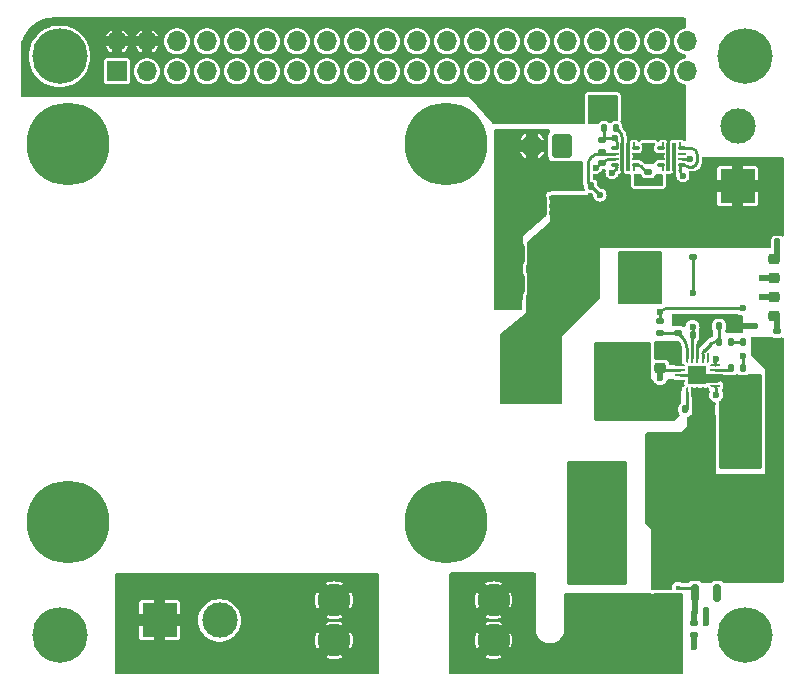
<source format=gbr>
%TF.GenerationSoftware,KiCad,Pcbnew,7.0.10*%
%TF.CreationDate,2024-02-12T00:49:45-06:00*%
%TF.ProjectId,ElectriPi,456c6563-7472-4695-9069-2e6b69636164,rev?*%
%TF.SameCoordinates,PX514cfd0PY32c87d0*%
%TF.FileFunction,Copper,L1,Top*%
%TF.FilePolarity,Positive*%
%FSLAX46Y46*%
G04 Gerber Fmt 4.6, Leading zero omitted, Abs format (unit mm)*
G04 Created by KiCad (PCBNEW 7.0.10) date 2024-02-12 00:49:45*
%MOMM*%
%LPD*%
G01*
G04 APERTURE LIST*
G04 Aperture macros list*
%AMRoundRect*
0 Rectangle with rounded corners*
0 $1 Rounding radius*
0 $2 $3 $4 $5 $6 $7 $8 $9 X,Y pos of 4 corners*
0 Add a 4 corners polygon primitive as box body*
4,1,4,$2,$3,$4,$5,$6,$7,$8,$9,$2,$3,0*
0 Add four circle primitives for the rounded corners*
1,1,$1+$1,$2,$3*
1,1,$1+$1,$4,$5*
1,1,$1+$1,$6,$7*
1,1,$1+$1,$8,$9*
0 Add four rect primitives between the rounded corners*
20,1,$1+$1,$2,$3,$4,$5,0*
20,1,$1+$1,$4,$5,$6,$7,0*
20,1,$1+$1,$6,$7,$8,$9,0*
20,1,$1+$1,$8,$9,$2,$3,0*%
%AMFreePoly0*
4,1,15,1.100000,0.175000,0.750000,0.175000,0.750000,-0.175000,1.100000,-0.175000,1.100000,-0.475000,0.750000,-0.475000,-0.750000,-0.475000,-1.100000,-0.475000,-1.100000,-0.175000,-0.750000,-0.175000,-0.750000,0.175000,-1.100000,0.175000,-1.100000,0.475000,1.100000,0.475000,1.100000,0.175000,1.100000,0.175000,$1*%
%AMFreePoly1*
4,1,14,0.289644,0.110355,0.410355,-0.010356,0.425000,-0.045711,0.425000,-0.075000,0.410355,-0.110355,0.375000,-0.125000,-0.375000,-0.125000,-0.410355,-0.110355,-0.425000,-0.075000,-0.425000,0.075000,-0.410355,0.110355,-0.375000,0.125000,0.254289,0.125000,0.289644,0.110355,0.289644,0.110355,$1*%
%AMFreePoly2*
4,1,14,0.410355,0.110355,0.425000,0.075000,0.425000,0.045711,0.410355,0.010356,0.289644,-0.110355,0.254289,-0.125000,-0.375000,-0.125000,-0.410355,-0.110355,-0.425000,-0.075000,-0.425000,0.075000,-0.410355,0.110355,-0.375000,0.125000,0.375000,0.125000,0.410355,0.110355,0.410355,0.110355,$1*%
%AMFreePoly3*
4,1,14,0.110355,0.410355,0.125000,0.375000,0.125000,-0.375000,0.110355,-0.410355,0.075000,-0.425000,-0.075000,-0.425000,-0.110355,-0.410355,-0.125000,-0.375000,-0.125000,0.254289,-0.110355,0.289644,0.010356,0.410355,0.045711,0.425000,0.075000,0.425000,0.110355,0.410355,0.110355,0.410355,$1*%
%AMFreePoly4*
4,1,14,-0.010356,0.410355,0.110355,0.289644,0.125000,0.254289,0.125000,-0.375000,0.110355,-0.410355,0.075000,-0.425000,-0.075000,-0.425000,-0.110355,-0.410355,-0.125000,-0.375000,-0.125000,0.375000,-0.110355,0.410355,-0.075000,0.425000,-0.045711,0.425000,-0.010356,0.410355,-0.010356,0.410355,$1*%
%AMFreePoly5*
4,1,14,0.410355,0.110355,0.425000,0.075000,0.425000,-0.075000,0.410355,-0.110355,0.375000,-0.125000,-0.254289,-0.125000,-0.289644,-0.110355,-0.410355,0.010356,-0.425000,0.045711,-0.425000,0.075000,-0.410355,0.110355,-0.375000,0.125000,0.375000,0.125000,0.410355,0.110355,0.410355,0.110355,$1*%
%AMFreePoly6*
4,1,14,0.410355,0.110355,0.425000,0.075000,0.425000,-0.075000,0.410355,-0.110355,0.375000,-0.125000,-0.375000,-0.125000,-0.410355,-0.110355,-0.425000,-0.075000,-0.425000,-0.045711,-0.410355,-0.010356,-0.289644,0.110355,-0.254289,0.125000,0.375000,0.125000,0.410355,0.110355,0.410355,0.110355,$1*%
%AMFreePoly7*
4,1,14,0.110355,0.410355,0.125000,0.375000,0.125000,-0.254289,0.110355,-0.289644,-0.010356,-0.410355,-0.045711,-0.425000,-0.075000,-0.425000,-0.110355,-0.410355,-0.125000,-0.375000,-0.125000,0.375000,-0.110355,0.410355,-0.075000,0.425000,0.075000,0.425000,0.110355,0.410355,0.110355,0.410355,$1*%
%AMFreePoly8*
4,1,14,0.110355,0.410355,0.125000,0.375000,0.125000,-0.375000,0.110355,-0.410355,0.075000,-0.425000,0.045711,-0.425000,0.010356,-0.410355,-0.110355,-0.289644,-0.125000,-0.254289,-0.125000,0.375000,-0.110355,0.410355,-0.075000,0.425000,0.075000,0.425000,0.110355,0.410355,0.110355,0.410355,$1*%
G04 Aperture macros list end*
%TA.AperFunction,SMDPad,CuDef*%
%ADD10RoundRect,0.135000X-0.135000X-0.185000X0.135000X-0.185000X0.135000X0.185000X-0.135000X0.185000X0*%
%TD*%
%TA.AperFunction,SMDPad,CuDef*%
%ADD11RoundRect,0.150000X0.150000X-0.587500X0.150000X0.587500X-0.150000X0.587500X-0.150000X-0.587500X0*%
%TD*%
%TA.AperFunction,SMDPad,CuDef*%
%ADD12RoundRect,0.140000X0.170000X-0.140000X0.170000X0.140000X-0.170000X0.140000X-0.170000X-0.140000X0*%
%TD*%
%TA.AperFunction,SMDPad,CuDef*%
%ADD13RoundRect,0.140000X0.140000X0.170000X-0.140000X0.170000X-0.140000X-0.170000X0.140000X-0.170000X0*%
%TD*%
%TA.AperFunction,SMDPad,CuDef*%
%ADD14RoundRect,0.050000X0.250000X-0.100000X0.250000X0.100000X-0.250000X0.100000X-0.250000X-0.100000X0*%
%TD*%
%TA.AperFunction,SMDPad,CuDef*%
%ADD15RoundRect,0.050000X0.075000X0.275000X-0.075000X0.275000X-0.075000X-0.275000X0.075000X-0.275000X0*%
%TD*%
%TA.AperFunction,SMDPad,CuDef*%
%ADD16RoundRect,0.050000X0.250000X-0.075000X0.250000X0.075000X-0.250000X0.075000X-0.250000X-0.075000X0*%
%TD*%
%TA.AperFunction,SMDPad,CuDef*%
%ADD17RoundRect,0.050000X0.100000X-1.150000X0.100000X1.150000X-0.100000X1.150000X-0.100000X-1.150000X0*%
%TD*%
%TA.AperFunction,SMDPad,CuDef*%
%ADD18RoundRect,0.135000X-0.185000X0.135000X-0.185000X-0.135000X0.185000X-0.135000X0.185000X0.135000X0*%
%TD*%
%TA.AperFunction,ComponentPad*%
%ADD19C,4.700000*%
%TD*%
%TA.AperFunction,SMDPad,CuDef*%
%ADD20RoundRect,0.093750X-0.093750X-0.106250X0.093750X-0.106250X0.093750X0.106250X-0.093750X0.106250X0*%
%TD*%
%TA.AperFunction,SMDPad,CuDef*%
%ADD21R,1.000000X1.600000*%
%TD*%
%TA.AperFunction,SMDPad,CuDef*%
%ADD22RoundRect,0.135000X0.135000X0.185000X-0.135000X0.185000X-0.135000X-0.185000X0.135000X-0.185000X0*%
%TD*%
%TA.AperFunction,ComponentPad*%
%ADD23R,3.000000X3.000000*%
%TD*%
%TA.AperFunction,ComponentPad*%
%ADD24C,3.000000*%
%TD*%
%TA.AperFunction,SMDPad,CuDef*%
%ADD25RoundRect,0.050000X-0.250000X0.100000X-0.250000X-0.100000X0.250000X-0.100000X0.250000X0.100000X0*%
%TD*%
%TA.AperFunction,SMDPad,CuDef*%
%ADD26RoundRect,0.050000X-0.075000X-0.275000X0.075000X-0.275000X0.075000X0.275000X-0.075000X0.275000X0*%
%TD*%
%TA.AperFunction,SMDPad,CuDef*%
%ADD27RoundRect,0.050000X-0.250000X0.075000X-0.250000X-0.075000X0.250000X-0.075000X0.250000X0.075000X0*%
%TD*%
%TA.AperFunction,SMDPad,CuDef*%
%ADD28RoundRect,0.050000X-0.100000X1.150000X-0.100000X-1.150000X0.100000X-1.150000X0.100000X1.150000X0*%
%TD*%
%TA.AperFunction,SMDPad,CuDef*%
%ADD29RoundRect,0.225000X0.250000X-0.225000X0.250000X0.225000X-0.250000X0.225000X-0.250000X-0.225000X0*%
%TD*%
%TA.AperFunction,SMDPad,CuDef*%
%ADD30RoundRect,0.250000X0.325000X0.650000X-0.325000X0.650000X-0.325000X-0.650000X0.325000X-0.650000X0*%
%TD*%
%TA.AperFunction,SMDPad,CuDef*%
%ADD31FreePoly0,180.000000*%
%TD*%
%TA.AperFunction,SMDPad,CuDef*%
%ADD32R,0.350000X0.300000*%
%TD*%
%TA.AperFunction,SMDPad,CuDef*%
%ADD33R,0.870000X0.235000*%
%TD*%
%TA.AperFunction,SMDPad,CuDef*%
%ADD34RoundRect,0.135000X0.185000X-0.135000X0.185000X0.135000X-0.185000X0.135000X-0.185000X-0.135000X0*%
%TD*%
%TA.AperFunction,SMDPad,CuDef*%
%ADD35RoundRect,0.250000X-1.400000X-1.000000X1.400000X-1.000000X1.400000X1.000000X-1.400000X1.000000X0*%
%TD*%
%TA.AperFunction,SMDPad,CuDef*%
%ADD36RoundRect,0.140000X-0.140000X-0.170000X0.140000X-0.170000X0.140000X0.170000X-0.140000X0.170000X0*%
%TD*%
%TA.AperFunction,SMDPad,CuDef*%
%ADD37FreePoly1,90.000000*%
%TD*%
%TA.AperFunction,SMDPad,CuDef*%
%ADD38RoundRect,0.062500X0.062500X-0.362500X0.062500X0.362500X-0.062500X0.362500X-0.062500X-0.362500X0*%
%TD*%
%TA.AperFunction,SMDPad,CuDef*%
%ADD39FreePoly2,90.000000*%
%TD*%
%TA.AperFunction,SMDPad,CuDef*%
%ADD40FreePoly3,90.000000*%
%TD*%
%TA.AperFunction,SMDPad,CuDef*%
%ADD41RoundRect,0.062500X0.362500X-0.062500X0.362500X0.062500X-0.362500X0.062500X-0.362500X-0.062500X0*%
%TD*%
%TA.AperFunction,SMDPad,CuDef*%
%ADD42FreePoly4,90.000000*%
%TD*%
%TA.AperFunction,SMDPad,CuDef*%
%ADD43FreePoly5,90.000000*%
%TD*%
%TA.AperFunction,SMDPad,CuDef*%
%ADD44FreePoly6,90.000000*%
%TD*%
%TA.AperFunction,SMDPad,CuDef*%
%ADD45FreePoly7,90.000000*%
%TD*%
%TA.AperFunction,SMDPad,CuDef*%
%ADD46FreePoly8,90.000000*%
%TD*%
%TA.AperFunction,ComponentPad*%
%ADD47C,0.600000*%
%TD*%
%TA.AperFunction,SMDPad,CuDef*%
%ADD48R,1.600000X1.600000*%
%TD*%
%TA.AperFunction,ComponentPad*%
%ADD49C,2.780000*%
%TD*%
%TA.AperFunction,SMDPad,CuDef*%
%ADD50RoundRect,0.250000X1.500000X1.000000X-1.500000X1.000000X-1.500000X-1.000000X1.500000X-1.000000X0*%
%TD*%
%TA.AperFunction,ComponentPad*%
%ADD51RoundRect,0.250000X0.600000X0.750000X-0.600000X0.750000X-0.600000X-0.750000X0.600000X-0.750000X0*%
%TD*%
%TA.AperFunction,ComponentPad*%
%ADD52O,1.700000X2.000000*%
%TD*%
%TA.AperFunction,SMDPad,CuDef*%
%ADD53RoundRect,0.250000X-0.250000X-0.475000X0.250000X-0.475000X0.250000X0.475000X-0.250000X0.475000X0*%
%TD*%
%TA.AperFunction,SMDPad,CuDef*%
%ADD54RoundRect,0.218750X-0.256250X0.218750X-0.256250X-0.218750X0.256250X-0.218750X0.256250X0.218750X0*%
%TD*%
%TA.AperFunction,ComponentPad*%
%ADD55C,7.000000*%
%TD*%
%TA.AperFunction,SMDPad,CuDef*%
%ADD56RoundRect,0.218750X0.256250X-0.218750X0.256250X0.218750X-0.256250X0.218750X-0.256250X-0.218750X0*%
%TD*%
%TA.AperFunction,SMDPad,CuDef*%
%ADD57R,3.175000X4.950000*%
%TD*%
%TA.AperFunction,SMDPad,CuDef*%
%ADD58RoundRect,0.250000X1.000000X0.900000X-1.000000X0.900000X-1.000000X-0.900000X1.000000X-0.900000X0*%
%TD*%
%TA.AperFunction,ComponentPad*%
%ADD59R,1.700000X1.700000*%
%TD*%
%TA.AperFunction,ComponentPad*%
%ADD60O,1.700000X1.700000*%
%TD*%
%TA.AperFunction,ViaPad*%
%ADD61C,0.600000*%
%TD*%
%TA.AperFunction,Conductor*%
%ADD62C,0.250000*%
%TD*%
%TA.AperFunction,Conductor*%
%ADD63C,0.500000*%
%TD*%
G04 APERTURE END LIST*
D10*
%TO.P,R11,1*%
%TO.N,Net-(IC2-EN)*%
X59340000Y-26350000D03*
%TO.P,R11,2*%
%TO.N,GND*%
X60360000Y-26350000D03*
%TD*%
D11*
%TO.P,D4,1,A*%
%TO.N,Net-(D4-A)*%
X57300000Y-48937500D03*
%TO.P,D4,2,NC*%
%TO.N,unconnected-(D4-NC-Pad2)*%
X59200000Y-48937500D03*
%TO.P,D4,3,K*%
%TO.N,Vin*%
X58250000Y-47062500D03*
%TD*%
D12*
%TO.P,C9,1*%
%TO.N,Net-(U1-dVdt)*%
X53350000Y-13310000D03*
%TO.P,C9,2*%
%TO.N,GND*%
X53350000Y-12350000D03*
%TD*%
D13*
%TO.P,C8,1*%
%TO.N,BST*%
X56480000Y-33400000D03*
%TO.P,C8,2*%
%TO.N,SW*%
X55520000Y-33400000D03*
%TD*%
D14*
%TO.P,U4,1,EN/UVLO*%
%TO.N,Net-(U1-PG)*%
X56200000Y-12700000D03*
D15*
X56025000Y-12875000D03*
D16*
%TO.P,U4,2,OVLO*%
%TO.N,OVLO*%
X56200000Y-12225000D03*
%TO.P,U4,3,PG*%
%TO.N,unconnected-(U4-PG-Pad3)*%
X56200000Y-11775000D03*
D14*
%TO.P,U4,4,PGTH*%
%TO.N,Net-(U1-PG)*%
X56200000Y-11300000D03*
D15*
X56025000Y-11125000D03*
D17*
%TO.P,U4,5,IN*%
%TO.N,+5V*%
X55550000Y-12000000D03*
%TO.P,U4,6,OUT*%
%TO.N,5V_PI*%
X55050000Y-12000000D03*
D15*
%TO.P,U4,7,dVdt*%
%TO.N,unconnected-(U4-dVdt-Pad7)*%
X54575000Y-11125000D03*
D14*
X54400000Y-11300000D03*
D16*
%TO.P,U4,8,GND*%
%TO.N,GND*%
X54400000Y-11775000D03*
%TO.P,U4,9,IMON*%
X54400000Y-12225000D03*
D15*
%TO.P,U4,10,DNC*%
%TO.N,unconnected-(U4-DNC-Pad10)*%
X54575000Y-12875000D03*
D14*
X54400000Y-12700000D03*
%TD*%
D18*
%TO.P,R13,1*%
%TO.N,+5V*%
X57100000Y-19490000D03*
%TO.P,R13,2*%
%TO.N,FB*%
X57100000Y-20510000D03*
%TD*%
D19*
%TO.P,H2,1*%
%TO.N,N/C*%
X3500000Y-3500000D03*
%TD*%
D20*
%TO.P,U3,1,GND*%
%TO.N,GND*%
X43362500Y-15500000D03*
%TO.P,U3,2,GND*%
X43362500Y-16150000D03*
%TO.P,U3,3,GND*%
X43362500Y-16800000D03*
%TO.P,U3,4,IN*%
%TO.N,+5V*%
X45137500Y-16800000D03*
%TO.P,U3,5,IN*%
X45137500Y-16150000D03*
%TO.P,U3,6,IN*%
X45137500Y-15500000D03*
D21*
%TO.P,U3,7,GND*%
%TO.N,GND*%
X44250000Y-16150000D03*
%TD*%
D22*
%TO.P,R10,1*%
%TO.N,OVLO*%
X48510000Y-14500000D03*
%TO.P,R10,2*%
%TO.N,GND*%
X47490000Y-14500000D03*
%TD*%
D23*
%TO.P,J1,1,Pin_1*%
%TO.N,Net-(J1-Pin_1)*%
X11960000Y-51250000D03*
D24*
%TO.P,J1,2,Pin_2*%
%TO.N,GND*%
X17040000Y-51250000D03*
%TD*%
D25*
%TO.P,U1,1,EN/UVLO*%
%TO.N,UVLO*%
X50500000Y-11300000D03*
D26*
X50675000Y-11125000D03*
D27*
%TO.P,U1,2,OVLO*%
%TO.N,OVLO*%
X50500000Y-11775000D03*
%TO.P,U1,3,PG*%
%TO.N,Net-(U1-PG)*%
X50500000Y-12225000D03*
D25*
%TO.P,U1,4,PGTH*%
%TO.N,UVLO*%
X50500000Y-12700000D03*
D26*
X50675000Y-12875000D03*
D28*
%TO.P,U1,5,IN*%
%TO.N,+5V*%
X51150000Y-12000000D03*
%TO.P,U1,6,OUT*%
%TO.N,5V_PI*%
X51650000Y-12000000D03*
D26*
%TO.P,U1,7,dVdt*%
%TO.N,Net-(U1-dVdt)*%
X52125000Y-12875000D03*
D25*
X52300000Y-12700000D03*
D27*
%TO.P,U1,8,GND*%
%TO.N,GND*%
X52300000Y-12225000D03*
%TO.P,U1,9,IMON*%
X52300000Y-11775000D03*
D26*
%TO.P,U1,10,DNC*%
%TO.N,unconnected-(U1-DNC-Pad10)*%
X52125000Y-11125000D03*
D25*
X52300000Y-11300000D03*
%TD*%
D29*
%TO.P,C3,1*%
%TO.N,VCC*%
X54350000Y-29925000D03*
%TO.P,C3,2*%
%TO.N,GND*%
X54350000Y-28375000D03*
%TD*%
D10*
%TO.P,R14,1*%
%TO.N,FB*%
X57090000Y-27100000D03*
%TO.P,R14,2*%
%TO.N,GND*%
X58110000Y-27100000D03*
%TD*%
D30*
%TO.P,C5,1*%
%TO.N,+5V*%
X45225000Y-20250000D03*
%TO.P,C5,2*%
%TO.N,GND*%
X42275000Y-20250000D03*
%TD*%
D31*
%TO.P,Q1,1,D*%
%TO.N,Net-(D1-A2)*%
X54925000Y-49475000D03*
D32*
%TO.P,Q1,3,G*%
%TO.N,Net-(D4-A)*%
X55850000Y-48500000D03*
D33*
%TO.P,Q1,4,S*%
%TO.N,Vin*%
X54885000Y-48500000D03*
D32*
X54000000Y-48500000D03*
%TD*%
D34*
%TO.P,R3,1*%
%TO.N,GND*%
X57250000Y-52510000D03*
%TO.P,R3,2*%
%TO.N,Net-(D4-A)*%
X57250000Y-51490000D03*
%TD*%
D35*
%TO.P,D1,1,A1*%
%TO.N,GND*%
X49750000Y-46850000D03*
%TO.P,D1,2,A2*%
%TO.N,Net-(D1-A2)*%
X49750000Y-53650000D03*
%TD*%
D10*
%TO.P,R1,1*%
%TO.N,Net-(R1-Pad1)*%
X61390000Y-27650000D03*
%TO.P,R1,2*%
%TO.N,Vin*%
X62410000Y-27650000D03*
%TD*%
D36*
%TO.P,C6,1*%
%TO.N,Vin*%
X58600000Y-33400000D03*
%TO.P,C6,2*%
%TO.N,GND*%
X59560000Y-33400000D03*
%TD*%
D30*
%TO.P,C12,1*%
%TO.N,5V_PI*%
X52875000Y-7800000D03*
%TO.P,C12,2*%
%TO.N,GND*%
X49925000Y-7800000D03*
%TD*%
D34*
%TO.P,R5,1*%
%TO.N,Net-(IC2-MODE)*%
X55850000Y-26910000D03*
%TO.P,R5,2*%
%TO.N,GND*%
X55850000Y-25890000D03*
%TD*%
D37*
%TO.P,IC2,1,BST*%
%TO.N,BST*%
X56600000Y-31950000D03*
D38*
%TO.P,IC2,2,VIN_1*%
%TO.N,Vin*%
X57050000Y-31950000D03*
%TO.P,IC2,3,VIN_2*%
X57500000Y-31950000D03*
%TO.P,IC2,4,VIN_3*%
X57950000Y-31950000D03*
D39*
%TO.P,IC2,5,VIN_4*%
X58400000Y-31950000D03*
D40*
%TO.P,IC2,6,SW_1*%
%TO.N,SW*%
X58950000Y-31400000D03*
D41*
%TO.P,IC2,7,PGND_1*%
%TO.N,GND*%
X58950000Y-30950000D03*
%TO.P,IC2,8,PGND_2*%
X58950000Y-30500000D03*
%TO.P,IC2,9,PGOOD*%
%TO.N,Net-(IC2-PGOOD)*%
X58950000Y-30050000D03*
D42*
%TO.P,IC2,10,NC_1*%
%TO.N,GND*%
X58950000Y-29600000D03*
D43*
%TO.P,IC2,11,SS*%
%TO.N,unconnected-(IC2-SS-Pad11)*%
X58400000Y-29050000D03*
D38*
%TO.P,IC2,12,EN*%
%TO.N,Net-(IC2-EN)*%
X57950000Y-29050000D03*
%TO.P,IC2,13,AGND*%
%TO.N,GND*%
X57500000Y-29050000D03*
%TO.P,IC2,14,FB*%
%TO.N,FB*%
X57050000Y-29050000D03*
D44*
%TO.P,IC2,15,MODE*%
%TO.N,Net-(IC2-MODE)*%
X56600000Y-29050000D03*
D45*
%TO.P,IC2,16,NC_2*%
%TO.N,GND*%
X56050000Y-29600000D03*
D41*
%TO.P,IC2,17,VCC*%
%TO.N,VCC*%
X56050000Y-30050000D03*
%TO.P,IC2,18,PGND_3*%
%TO.N,GND*%
X56050000Y-30500000D03*
%TO.P,IC2,19,SW_2*%
%TO.N,SW*%
X56050000Y-30950000D03*
D46*
%TO.P,IC2,20,SW_3*%
X56050000Y-31400000D03*
D47*
%TO.P,IC2,21,PGND_4*%
%TO.N,GND*%
X57000000Y-31000000D03*
X58000000Y-31000000D03*
D48*
X57500000Y-30500000D03*
D47*
X57000000Y-30000000D03*
X58000000Y-30000000D03*
%TD*%
D22*
%TO.P,R12,1*%
%TO.N,VCC*%
X61360000Y-29900000D03*
%TO.P,R12,2*%
%TO.N,Net-(IC2-PGOOD)*%
X60340000Y-29900000D03*
%TD*%
D30*
%TO.P,C4,1*%
%TO.N,+5V*%
X45225000Y-22750000D03*
%TO.P,C4,2*%
%TO.N,GND*%
X42275000Y-22750000D03*
%TD*%
D13*
%TO.P,C11,1*%
%TO.N,+5V*%
X55280000Y-13950000D03*
%TO.P,C11,2*%
%TO.N,GND*%
X54320000Y-13950000D03*
%TD*%
D22*
%TO.P,R6,1*%
%TO.N,Net-(D3-A)*%
X64260000Y-19250000D03*
%TO.P,R6,2*%
%TO.N,+5V*%
X63240000Y-19250000D03*
%TD*%
D49*
%TO.P,F1,1*%
%TO.N,Net-(J1-Pin_1)*%
X26740000Y-49550000D03*
X26740000Y-52950000D03*
%TO.P,F1,2*%
%TO.N,Net-(D1-A2)*%
X40240000Y-49550000D03*
X40240000Y-52950000D03*
%TD*%
D50*
%TO.P,C18,1*%
%TO.N,Vin*%
X54950000Y-40500000D03*
%TO.P,C18,2*%
%TO.N,GND*%
X48450000Y-40500000D03*
%TD*%
D51*
%TO.P,J3,1,Pin_1*%
%TO.N,Net-(J3-Pin_1)*%
X46000000Y-11100000D03*
D52*
%TO.P,J3,2,Pin_2*%
%TO.N,GND*%
X43500000Y-11100000D03*
%TD*%
D18*
%TO.P,R9,1*%
%TO.N,Net-(U1-PG)*%
X49450000Y-12540000D03*
%TO.P,R9,2*%
%TO.N,+5V*%
X49450000Y-13560000D03*
%TD*%
D53*
%TO.P,C1,1*%
%TO.N,Vin*%
X58350000Y-35100000D03*
%TO.P,C1,2*%
%TO.N,GND*%
X60250000Y-35100000D03*
%TD*%
D18*
%TO.P,R2,1*%
%TO.N,UVLO*%
X49450000Y-10590000D03*
%TO.P,R2,2*%
%TO.N,OVLO*%
X49450000Y-11610000D03*
%TD*%
D19*
%TO.P,H3,1*%
%TO.N,N/C*%
X61500000Y-3500000D03*
%TD*%
D13*
%TO.P,C7,1*%
%TO.N,+5V*%
X43230000Y-24500000D03*
%TO.P,C7,2*%
%TO.N,GND*%
X42270000Y-24500000D03*
%TD*%
D18*
%TO.P,R4,1*%
%TO.N,VCC*%
X54350000Y-25890000D03*
%TO.P,R4,2*%
%TO.N,Net-(IC2-MODE)*%
X54350000Y-26910000D03*
%TD*%
D53*
%TO.P,C2,1*%
%TO.N,Vin*%
X58350000Y-37350000D03*
%TO.P,C2,2*%
%TO.N,GND*%
X60250000Y-37350000D03*
%TD*%
D54*
%TO.P,D5,1,K*%
%TO.N,GND*%
X64000000Y-23872500D03*
%TO.P,D5,2,A*%
%TO.N,Net-(D5-A)*%
X64000000Y-25447500D03*
%TD*%
D55*
%TO.P,U2,1*%
%TO.N,N/C*%
X4250000Y-10950000D03*
%TO.P,U2,2*%
X36250000Y-10950000D03*
%TO.P,U2,3*%
X4250000Y-42950000D03*
%TO.P,U2,4*%
X36250000Y-42950000D03*
%TD*%
D36*
%TO.P,C10,1*%
%TO.N,+5V*%
X51420000Y-13950000D03*
%TO.P,C10,2*%
%TO.N,GND*%
X52380000Y-13950000D03*
%TD*%
D56*
%TO.P,D3,1,K*%
%TO.N,GND*%
X64000000Y-22247500D03*
%TO.P,D3,2,A*%
%TO.N,Net-(D3-A)*%
X64000000Y-20672500D03*
%TD*%
D57*
%TO.P,L1,1,1*%
%TO.N,SW*%
X51507500Y-30500000D03*
%TO.P,L1,2,2*%
%TO.N,+5V*%
X42492500Y-30500000D03*
%TD*%
D18*
%TO.P,R8,1*%
%TO.N,Net-(D5-A)*%
X64250000Y-26750000D03*
%TO.P,R8,2*%
%TO.N,Vin*%
X64250000Y-27770000D03*
%TD*%
D23*
%TO.P,J4,1,Pin_1*%
%TO.N,+5V*%
X60900000Y-14500000D03*
D24*
%TO.P,J4,2,Pin_2*%
%TO.N,GND*%
X60900000Y-9420000D03*
%TD*%
D19*
%TO.P,H1,1*%
%TO.N,N/C*%
X61500000Y-52500000D03*
%TD*%
D58*
%TO.P,D2,1,A1*%
%TO.N,GND*%
X52150000Y-22250000D03*
%TO.P,D2,2,A2*%
%TO.N,+5V*%
X47850000Y-22250000D03*
%TD*%
D19*
%TO.P,H4,1*%
%TO.N,N/C*%
X3500000Y-52500000D03*
%TD*%
D22*
%TO.P,R15,1*%
%TO.N,+5V*%
X50610000Y-9550000D03*
%TO.P,R15,2*%
%TO.N,UVLO*%
X49590000Y-9550000D03*
%TD*%
D36*
%TO.P,C17,1*%
%TO.N,Net-(D4-A)*%
X57270000Y-50500000D03*
%TO.P,C17,2*%
%TO.N,GND*%
X58230000Y-50500000D03*
%TD*%
D22*
%TO.P,R7,1*%
%TO.N,Net-(R1-Pad1)*%
X60360000Y-27650000D03*
%TO.P,R7,2*%
%TO.N,Net-(IC2-EN)*%
X59340000Y-27650000D03*
%TD*%
D59*
%TO.P,J6,1,3V3*%
%TO.N,unconnected-(J6-3V3-Pad1)*%
X8370000Y-4770000D03*
D60*
%TO.P,J6,2,5V*%
%TO.N,5V_PI*%
X8370000Y-2230000D03*
%TO.P,J6,3,SDA/GPIO2*%
%TO.N,unconnected-(J6-SDA{slash}GPIO2-Pad3)*%
X10910000Y-4770000D03*
%TO.P,J6,4,5V*%
%TO.N,5V_PI*%
X10910000Y-2230000D03*
%TO.P,J6,5,SCL/GPIO3*%
%TO.N,unconnected-(J6-SCL{slash}GPIO3-Pad5)*%
X13450000Y-4770000D03*
%TO.P,J6,6,GND*%
%TO.N,GND*%
X13450000Y-2230000D03*
%TO.P,J6,7,GCLK0/GPIO4*%
%TO.N,unconnected-(J6-GCLK0{slash}GPIO4-Pad7)*%
X15990000Y-4770000D03*
%TO.P,J6,8,GPIO14/TXD*%
%TO.N,unconnected-(J6-GPIO14{slash}TXD-Pad8)*%
X15990000Y-2230000D03*
%TO.P,J6,9,GND*%
%TO.N,GND*%
X18530000Y-4770000D03*
%TO.P,J6,10,GPIO15/RXD*%
%TO.N,unconnected-(J6-GPIO15{slash}RXD-Pad10)*%
X18530000Y-2230000D03*
%TO.P,J6,11,GPIO17*%
%TO.N,unconnected-(J6-GPIO17-Pad11)*%
X21070000Y-4770000D03*
%TO.P,J6,12,GPIO18/PWM0*%
%TO.N,unconnected-(J6-GPIO18{slash}PWM0-Pad12)*%
X21070000Y-2230000D03*
%TO.P,J6,13,GPIO27*%
%TO.N,unconnected-(J6-GPIO27-Pad13)*%
X23610000Y-4770000D03*
%TO.P,J6,14,GND*%
%TO.N,GND*%
X23610000Y-2230000D03*
%TO.P,J6,15,GPIO22*%
%TO.N,unconnected-(J6-GPIO22-Pad15)*%
X26150000Y-4770000D03*
%TO.P,J6,16,GPIO23*%
%TO.N,unconnected-(J6-GPIO23-Pad16)*%
X26150000Y-2230000D03*
%TO.P,J6,17,3V3*%
%TO.N,unconnected-(J6-3V3-Pad17)*%
X28690000Y-4770000D03*
%TO.P,J6,18,GPIO24*%
%TO.N,unconnected-(J6-GPIO24-Pad18)*%
X28690000Y-2230000D03*
%TO.P,J6,19,MOSI0/GPIO10*%
%TO.N,unconnected-(J6-MOSI0{slash}GPIO10-Pad19)*%
X31230000Y-4770000D03*
%TO.P,J6,20,GND*%
%TO.N,GND*%
X31230000Y-2230000D03*
%TO.P,J6,21,MISO0/GPIO9*%
%TO.N,unconnected-(J6-MISO0{slash}GPIO9-Pad21)*%
X33770000Y-4770000D03*
%TO.P,J6,22,GPIO25*%
%TO.N,unconnected-(J6-GPIO25-Pad22)*%
X33770000Y-2230000D03*
%TO.P,J6,23,SCLK0/GPIO11*%
%TO.N,unconnected-(J6-SCLK0{slash}GPIO11-Pad23)*%
X36310000Y-4770000D03*
%TO.P,J6,24,~{CE0}/GPIO8*%
%TO.N,unconnected-(J6-~{CE0}{slash}GPIO8-Pad24)*%
X36310000Y-2230000D03*
%TO.P,J6,25,GND*%
%TO.N,GND*%
X38850000Y-4770000D03*
%TO.P,J6,26,~{CE1}/GPIO7*%
%TO.N,unconnected-(J6-~{CE1}{slash}GPIO7-Pad26)*%
X38850000Y-2230000D03*
%TO.P,J6,27,ID_SD/GPIO0*%
%TO.N,unconnected-(J6-ID_SD{slash}GPIO0-Pad27)*%
X41390000Y-4770000D03*
%TO.P,J6,28,ID_SC/GPIO1*%
%TO.N,unconnected-(J6-ID_SC{slash}GPIO1-Pad28)*%
X41390000Y-2230000D03*
%TO.P,J6,29,GCLK1/GPIO5*%
%TO.N,unconnected-(J6-GCLK1{slash}GPIO5-Pad29)*%
X43930000Y-4770000D03*
%TO.P,J6,30,GND*%
%TO.N,GND*%
X43930000Y-2230000D03*
%TO.P,J6,31,GCLK2/GPIO6*%
%TO.N,unconnected-(J6-GCLK2{slash}GPIO6-Pad31)*%
X46470000Y-4770000D03*
%TO.P,J6,32,PWM0/GPIO12*%
%TO.N,unconnected-(J6-PWM0{slash}GPIO12-Pad32)*%
X46470000Y-2230000D03*
%TO.P,J6,33,PWM1/GPIO13*%
%TO.N,unconnected-(J6-PWM1{slash}GPIO13-Pad33)*%
X49010000Y-4770000D03*
%TO.P,J6,34,GND*%
%TO.N,GND*%
X49010000Y-2230000D03*
%TO.P,J6,35,GPIO19/MISO1*%
%TO.N,unconnected-(J6-GPIO19{slash}MISO1-Pad35)*%
X51550000Y-4770000D03*
%TO.P,J6,36,GPIO16*%
%TO.N,unconnected-(J6-GPIO16-Pad36)*%
X51550000Y-2230000D03*
%TO.P,J6,37,GPIO26*%
%TO.N,unconnected-(J6-GPIO26-Pad37)*%
X54090000Y-4770000D03*
%TO.P,J6,38,GPIO20/MOSI1*%
%TO.N,unconnected-(J6-GPIO20{slash}MOSI1-Pad38)*%
X54090000Y-2230000D03*
%TO.P,J6,39,GND*%
%TO.N,GND*%
X56630000Y-4770000D03*
%TO.P,J6,40,GPIO21/SCLK1*%
%TO.N,unconnected-(J6-GPIO21{slash}SCLK1-Pad40)*%
X56630000Y-2230000D03*
%TD*%
D61*
%TO.N,VCC*%
X54350000Y-30750000D03*
X61350000Y-24850000D03*
X61350000Y-28900000D03*
X54350000Y-25150000D03*
%TO.N,GND*%
X47250000Y-12750000D03*
X51750000Y-20500000D03*
X62350000Y-32600000D03*
X41000000Y-16750000D03*
X41000000Y-20500000D03*
X61100000Y-31850000D03*
X41000000Y-19750000D03*
X48500000Y-43750000D03*
X62350000Y-35600000D03*
X61350000Y-33100000D03*
X49750000Y-42500000D03*
X60600000Y-31350000D03*
X51000000Y-24000000D03*
X42500000Y-18250000D03*
X59100000Y-29150000D03*
X44750000Y-14500000D03*
X61350000Y-37600000D03*
X53250000Y-24000000D03*
X41000000Y-13750000D03*
X51000000Y-42500000D03*
X51000000Y-20500000D03*
X54000000Y-21500000D03*
X48750000Y-8000000D03*
X41000000Y-18250000D03*
X63000000Y-23850000D03*
X47000000Y-46250000D03*
X43250000Y-14750000D03*
X60600000Y-32350000D03*
X44750000Y-12750000D03*
X48500000Y-44750000D03*
X49750000Y-43750000D03*
X42500000Y-13750000D03*
X41000000Y-10500000D03*
X55600000Y-28100000D03*
X60600000Y-33100000D03*
X41000000Y-19000000D03*
X43250000Y-17500000D03*
X60100000Y-31850000D03*
X47000000Y-44750000D03*
X47000000Y-43750000D03*
X63000000Y-22250000D03*
X54000000Y-20500000D03*
X48750000Y-7250000D03*
X61600000Y-31350000D03*
X51000000Y-38250000D03*
X41000000Y-15250000D03*
X53700000Y-11750000D03*
X47250000Y-13500000D03*
X52500000Y-24000000D03*
X53250000Y-20500000D03*
X62350000Y-36600000D03*
X61350000Y-33850000D03*
X41000000Y-23500000D03*
X52500000Y-20500000D03*
X42500000Y-16000000D03*
X42500000Y-16750000D03*
X42500000Y-15250000D03*
X49750000Y-38250000D03*
X61600000Y-32350000D03*
X51000000Y-41000000D03*
X60100000Y-30850000D03*
X51750000Y-24000000D03*
X60600000Y-33850000D03*
X41000000Y-24250000D03*
X61100000Y-30850000D03*
X41000000Y-12000000D03*
X48500000Y-38250000D03*
X47000000Y-38250000D03*
X51000000Y-44750000D03*
X62350000Y-26350000D03*
X62350000Y-37600000D03*
X55600000Y-28850000D03*
X61350000Y-36600000D03*
X48500000Y-42500000D03*
X54000000Y-24000000D03*
X41000000Y-22750000D03*
X51000000Y-39500000D03*
X53700000Y-14100000D03*
X51000000Y-43750000D03*
X49750000Y-44750000D03*
X62350000Y-31600000D03*
X47000000Y-42500000D03*
X57250000Y-53500000D03*
X41000000Y-22000000D03*
X47000000Y-47750000D03*
X62350000Y-33600000D03*
X58250000Y-51500000D03*
X61350000Y-34600000D03*
X53350000Y-11150000D03*
X53000000Y-11750000D03*
X53000000Y-14100000D03*
X48750000Y-8750000D03*
X54000000Y-22250000D03*
X62350000Y-34600000D03*
X54000000Y-23000000D03*
X41000000Y-21250000D03*
X61350000Y-35600000D03*
%TO.N,+5V*%
X58250000Y-17000000D03*
X44500000Y-18750000D03*
X56250000Y-17000000D03*
%TO.N,Vin*%
X64250000Y-28750000D03*
X64250000Y-31000000D03*
X64250000Y-30250000D03*
X55500000Y-43500000D03*
X64250000Y-31750000D03*
X64250000Y-29500000D03*
X55500000Y-46000000D03*
%TO.N,5V_PI*%
X43250000Y-8250000D03*
X46250000Y-8250000D03*
%TO.N,Net-(J1-Pin_1)*%
X17500000Y-48250000D03*
X20000000Y-48250000D03*
%TO.N,SW*%
X59100000Y-32150000D03*
X55850000Y-32150000D03*
%TO.N,Net-(D1-A2)*%
X48250000Y-50750000D03*
X51250000Y-50750000D03*
%TO.N,FB*%
X57090000Y-26450000D03*
X57100000Y-23500000D03*
%TO.N,UVLO*%
X50269999Y-13351951D03*
X50500000Y-10450000D03*
%TO.N,OVLO*%
X56853735Y-12223616D03*
X49250000Y-15250000D03*
%TO.N,Net-(U1-PG)*%
X48874410Y-12922701D03*
X56273713Y-13592403D03*
%TD*%
D62*
%TO.N,VCC*%
X54862132Y-24850000D02*
X61350000Y-24850000D01*
X56050000Y-30050000D02*
X54475000Y-30050000D01*
X61355000Y-28905000D02*
X61350000Y-28900000D01*
D63*
X54350000Y-30750000D02*
X54350000Y-29925000D01*
D62*
X54350000Y-25150000D02*
X54350000Y-25890000D01*
X54500000Y-25000000D02*
X54350000Y-25150000D01*
X61360000Y-28917071D02*
X61360000Y-29900000D01*
X54862132Y-24850014D02*
G75*
G03*
X54500001Y-25000001I-32J-512086D01*
G01*
X61360011Y-28917071D02*
G75*
G03*
X61354999Y-28905001I-17111J-29D01*
G01*
%TO.N,GND*%
X58950000Y-29406066D02*
X58950000Y-29600000D01*
D63*
X63000000Y-22250000D02*
X63001250Y-22248750D01*
X63004267Y-22247500D02*
X64000000Y-22247500D01*
X63000000Y-23850000D02*
X63011250Y-23861250D01*
X57250000Y-53500000D02*
X57250000Y-52510000D01*
D62*
X59025000Y-29225000D02*
X59100000Y-29150000D01*
D63*
X63038409Y-23872500D02*
X64000000Y-23872500D01*
X58230000Y-51465857D02*
X58230000Y-50500000D01*
D62*
X57500000Y-28141335D02*
X57500000Y-29050000D01*
X60100000Y-30850000D02*
X59925000Y-30675000D01*
X59502512Y-30500000D02*
X58950000Y-30500000D01*
D63*
X62350000Y-26350000D02*
X60360000Y-26350000D01*
X58240000Y-51490000D02*
X58250000Y-51500000D01*
D62*
X58950000Y-30500000D02*
X57500000Y-30500000D01*
X57805000Y-27405000D02*
X58110000Y-27100000D01*
X57500000Y-30500000D02*
X56050000Y-30500000D01*
X59125000Y-30950000D02*
X57675000Y-30950000D01*
D63*
X58230018Y-51465857D02*
G75*
G03*
X58240000Y-51490000I34082J-43D01*
G01*
D62*
X59924996Y-30675004D02*
G75*
G03*
X59502512Y-30500000I-422496J-422496D01*
G01*
X57804990Y-27404990D02*
G75*
G03*
X57500000Y-28141335I736310J-736310D01*
G01*
X59025010Y-29225010D02*
G75*
G03*
X58950000Y-29406066I181090J-181090D01*
G01*
D63*
X63011247Y-23861253D02*
G75*
G03*
X63038409Y-23872500I27153J27153D01*
G01*
X63004267Y-22247487D02*
G75*
G03*
X63001250Y-22248750I33J-4313D01*
G01*
D62*
%TO.N,+5V*%
X51285000Y-13815000D02*
X51420000Y-13950000D01*
X51150000Y-12000000D02*
X51150000Y-13489081D01*
X55550000Y-13489081D02*
X55550000Y-12000000D01*
X50880000Y-9820000D02*
X50610000Y-9550000D01*
X55415000Y-13815000D02*
X55280000Y-13950000D01*
X51150000Y-10471837D02*
X51150000Y-12000000D01*
X55415006Y-13815006D02*
G75*
G03*
X55550000Y-13489081I-325906J325906D01*
G01*
X51149984Y-10471837D02*
G75*
G03*
X50880000Y-9820000I-921784J37D01*
G01*
X51150008Y-13489081D02*
G75*
G03*
X51285000Y-13815000I460892J-19D01*
G01*
D63*
%TO.N,Net-(D3-A)*%
X64260000Y-20228652D02*
X64260000Y-19250000D01*
X64130000Y-20542500D02*
X64000000Y-20672500D01*
X64130035Y-20542535D02*
G75*
G03*
X64260000Y-20228652I-313935J313835D01*
G01*
%TO.N,Net-(D5-A)*%
X64250000Y-25874276D02*
X64250000Y-26750000D01*
X64125000Y-25572500D02*
X64000000Y-25447500D01*
X64250009Y-25874276D02*
G75*
G03*
X64125000Y-25572500I-426809J-24D01*
G01*
D62*
%TO.N,BST*%
X56600000Y-31950000D02*
X56600000Y-33380000D01*
%TO.N,5V_PI*%
X51650000Y-9756066D02*
X51650000Y-12000000D01*
X55050000Y-10085355D02*
X55050000Y-12000000D01*
%TO.N,SW*%
X59100000Y-32150000D02*
X59100000Y-31656066D01*
X59025000Y-31475000D02*
X58950000Y-31400000D01*
X59100014Y-31656066D02*
G75*
G03*
X59025000Y-31475000I-256114J-34D01*
G01*
%TO.N,Net-(U1-dVdt)*%
X53160502Y-13260502D02*
X52706066Y-12806066D01*
X52450000Y-12700000D02*
X52300000Y-12700000D01*
X53280000Y-13310000D02*
X53350000Y-13310000D01*
X53160501Y-13260503D02*
G75*
G03*
X53280000Y-13310000I119499J119503D01*
G01*
X52706059Y-12806073D02*
G75*
G03*
X52450000Y-12700000I-256059J-256027D01*
G01*
D63*
%TO.N,Net-(D4-A)*%
X57250000Y-51490000D02*
X57250000Y-50520000D01*
X57270000Y-50500000D02*
X57270000Y-48967500D01*
D62*
X55850000Y-48500000D02*
X57300000Y-48500000D01*
%TO.N,Net-(IC2-PGOOD)*%
X60083933Y-30050000D02*
X58950000Y-30050000D01*
X60265000Y-29975000D02*
X60340000Y-29900000D01*
X60083933Y-30050014D02*
G75*
G03*
X60265000Y-29975000I-33J256114D01*
G01*
%TO.N,Net-(IC2-EN)*%
X59350000Y-26360000D02*
X59350000Y-27640000D01*
X58058756Y-28410913D02*
X58635705Y-27833964D01*
X59079835Y-27650000D02*
X59340000Y-27650000D01*
X57950000Y-28673473D02*
X57950000Y-29050000D01*
X58058773Y-28410930D02*
G75*
G03*
X57950000Y-28673473I262527J-262570D01*
G01*
X59079835Y-27650026D02*
G75*
G03*
X58635705Y-27833964I-35J-628074D01*
G01*
%TO.N,FB*%
X57100000Y-23500000D02*
X57100000Y-20510000D01*
X57050000Y-29050000D02*
X57050000Y-26940000D01*
X57090000Y-26450000D02*
X57090000Y-27100000D01*
%TO.N,Net-(IC2-MODE)*%
X55850000Y-26910000D02*
X54350000Y-26910000D01*
X56600000Y-28190330D02*
X56600000Y-29050000D01*
X55850000Y-26910000D02*
X56225000Y-27285000D01*
X56599987Y-28190330D02*
G75*
G03*
X56225000Y-27285000I-1280287J30D01*
G01*
%TO.N,UVLO*%
X50649561Y-12972388D02*
X50269999Y-13351951D01*
X49520000Y-10520000D02*
X49450000Y-10590000D01*
X50675000Y-12910975D02*
X50675000Y-12875000D01*
X50500000Y-10450000D02*
X49688994Y-10450000D01*
X49590000Y-10351005D02*
X49590000Y-9550000D01*
X50587500Y-10537500D02*
X50500000Y-10450000D01*
X50675000Y-10748743D02*
X50675000Y-11125000D01*
X49519999Y-10519999D02*
G75*
G03*
X49590000Y-10351005I-168999J168999D01*
G01*
X50674981Y-10748743D02*
G75*
G03*
X50587499Y-10537501I-298681J43D01*
G01*
X49688994Y-10449998D02*
G75*
G03*
X49520000Y-10520000I6J-239002D01*
G01*
X50649584Y-12972411D02*
G75*
G03*
X50675000Y-12910975I-61484J61411D01*
G01*
X49590000Y-10351005D02*
G75*
G03*
X49688994Y-10450000I99000J5D01*
G01*
%TO.N,Net-(R1-Pad1)*%
X61390000Y-27650000D02*
X60360000Y-27650000D01*
%TO.N,OVLO*%
X56851372Y-12225000D02*
X56200000Y-12225000D01*
X56853043Y-12224308D02*
X56853735Y-12223616D01*
X48249410Y-14239410D02*
X48249410Y-12717742D01*
X49250544Y-15241073D02*
X49249628Y-15238856D01*
X49250000Y-15250000D02*
X49250000Y-15246416D01*
X49192152Y-11775000D02*
X50500000Y-11775000D01*
X48249410Y-14239410D02*
X49245460Y-15235460D01*
X49249661Y-15238842D02*
G75*
G03*
X49247775Y-15237005I-3161J-1358D01*
G01*
X49250556Y-15243696D02*
G75*
G03*
X49250543Y-15241073I-3156J1296D01*
G01*
X49250538Y-15243689D02*
G75*
G03*
X49250000Y-15246416I6562J-2711D01*
G01*
X49245458Y-15235462D02*
G75*
G03*
X49247775Y-15237004I5042J5062D01*
G01*
X56851372Y-12224969D02*
G75*
G03*
X56853042Y-12224307I28J2369D01*
G01*
X49192152Y-11774955D02*
G75*
G03*
X48525534Y-12051124I48J-942745D01*
G01*
X48525523Y-12051113D02*
G75*
G03*
X48249410Y-12717742I666577J-666587D01*
G01*
%TO.N,Net-(U1-PG)*%
X56273713Y-13592403D02*
X56149356Y-13468046D01*
X56025000Y-13167823D02*
X56025000Y-12875000D01*
X49518196Y-12471803D02*
X49607499Y-12382499D01*
X56341147Y-12700000D02*
X56200000Y-12700000D01*
X48874410Y-12922701D02*
X49188914Y-12608196D01*
X57090622Y-12848616D02*
X56699938Y-12848616D01*
X49987738Y-12225000D02*
X50500000Y-12225000D01*
X57478735Y-12460503D02*
X57478735Y-11775830D01*
X57002904Y-11300000D02*
X56200000Y-11300000D01*
X49353555Y-12539957D02*
G75*
G03*
X49188914Y-12608196I45J-232843D01*
G01*
X49353555Y-12539978D02*
G75*
G03*
X49518195Y-12471802I45J232778D01*
G01*
X57339358Y-11439376D02*
G75*
G03*
X57002904Y-11300000I-336458J-336424D01*
G01*
X56520521Y-12774330D02*
G75*
G03*
X56699938Y-12848616I179379J179430D01*
G01*
X49987738Y-12225015D02*
G75*
G03*
X49607499Y-12382499I-38J-537685D01*
G01*
X57365062Y-12734943D02*
G75*
G03*
X57478735Y-12460503I-274462J274443D01*
G01*
X57478712Y-11775830D02*
G75*
G03*
X57339367Y-11439367I-475812J30D01*
G01*
X56520518Y-12774333D02*
G75*
G03*
X56341147Y-12700000I-179418J-179367D01*
G01*
X56024990Y-13167823D02*
G75*
G03*
X56149356Y-13468046I424610J23D01*
G01*
X57090622Y-12848630D02*
G75*
G03*
X57365059Y-12734940I-22J388130D01*
G01*
%TD*%
%TA.AperFunction,Conductor*%
%TO.N,Net-(J1-Pin_1)*%
G36*
X30459191Y-47268907D02*
G01*
X30495155Y-47318407D01*
X30500000Y-47349000D01*
X30500000Y-55700500D01*
X30481093Y-55758691D01*
X30431593Y-55794655D01*
X30401000Y-55799500D01*
X8299000Y-55799500D01*
X8240809Y-55780593D01*
X8204845Y-55731093D01*
X8200000Y-55700500D01*
X8200000Y-52769700D01*
X10260000Y-52769700D01*
X10271603Y-52828036D01*
X10315806Y-52894189D01*
X10315810Y-52894193D01*
X10381963Y-52938396D01*
X10440299Y-52949999D01*
X10440303Y-52950000D01*
X11459999Y-52950000D01*
X11460000Y-52949999D01*
X11460000Y-51822559D01*
X11539530Y-51889294D01*
X11698295Y-51969028D01*
X11871169Y-52010000D01*
X12004267Y-52010000D01*
X12136461Y-51994549D01*
X12303409Y-51933784D01*
X12451844Y-51836157D01*
X12460000Y-51827512D01*
X12460000Y-52949999D01*
X12460001Y-52950000D01*
X13479697Y-52950000D01*
X13479700Y-52949999D01*
X13538036Y-52938396D01*
X13604189Y-52894193D01*
X13604193Y-52894189D01*
X13648396Y-52828036D01*
X13659999Y-52769700D01*
X13660000Y-52769697D01*
X13660000Y-51750001D01*
X13659999Y-51750000D01*
X12533129Y-51750000D01*
X12573764Y-51706930D01*
X12662595Y-51553070D01*
X12713549Y-51382871D01*
X12721288Y-51250002D01*
X15234451Y-51250002D01*
X15254616Y-51519098D01*
X15254618Y-51519107D01*
X15314666Y-51782197D01*
X15404074Y-52010000D01*
X15413257Y-52033398D01*
X15548185Y-52267102D01*
X15548189Y-52267108D01*
X15548191Y-52267110D01*
X15716434Y-52478081D01*
X15716440Y-52478087D01*
X15914252Y-52661629D01*
X15914254Y-52661630D01*
X15914259Y-52661635D01*
X16137226Y-52813651D01*
X16380359Y-52930738D01*
X16638228Y-53010280D01*
X16905071Y-53050500D01*
X16905076Y-53050500D01*
X17174924Y-53050500D01*
X17174929Y-53050500D01*
X17441772Y-53010280D01*
X17637195Y-52950000D01*
X25145083Y-52950000D01*
X25164718Y-53199498D01*
X25223144Y-53442857D01*
X25315958Y-53666932D01*
X25865662Y-53117227D01*
X25888898Y-53226540D01*
X25964992Y-53397451D01*
X26074958Y-53548806D01*
X26213990Y-53673991D01*
X26376011Y-53767534D01*
X26553939Y-53825346D01*
X26570065Y-53827040D01*
X26023066Y-54374040D01*
X26247142Y-54466855D01*
X26247141Y-54466855D01*
X26490501Y-54525281D01*
X26740000Y-54544916D01*
X26989498Y-54525281D01*
X27232857Y-54466855D01*
X27456932Y-54374040D01*
X26909933Y-53827041D01*
X26926061Y-53825346D01*
X27103989Y-53767534D01*
X27266010Y-53673991D01*
X27405042Y-53548806D01*
X27515008Y-53397451D01*
X27591102Y-53226540D01*
X27614337Y-53117229D01*
X28164040Y-53666932D01*
X28256855Y-53442857D01*
X28315281Y-53199498D01*
X28334916Y-52950000D01*
X28315281Y-52700501D01*
X28256855Y-52457142D01*
X28164040Y-52233066D01*
X27614336Y-52782769D01*
X27591102Y-52673460D01*
X27515008Y-52502549D01*
X27405042Y-52351194D01*
X27266010Y-52226009D01*
X27103989Y-52132466D01*
X26926061Y-52074654D01*
X26909931Y-52072958D01*
X27456932Y-51525958D01*
X27232857Y-51433144D01*
X27232858Y-51433144D01*
X26989498Y-51374718D01*
X26740000Y-51355083D01*
X26490501Y-51374718D01*
X26247141Y-51433144D01*
X26247137Y-51433145D01*
X26023066Y-51525958D01*
X26570066Y-52072958D01*
X26553939Y-52074654D01*
X26376011Y-52132466D01*
X26213990Y-52226009D01*
X26074958Y-52351194D01*
X25964992Y-52502549D01*
X25888898Y-52673460D01*
X25865662Y-52782770D01*
X25315958Y-52233066D01*
X25223145Y-52457137D01*
X25223144Y-52457141D01*
X25164718Y-52700501D01*
X25145083Y-52950000D01*
X17637195Y-52950000D01*
X17699641Y-52930738D01*
X17942775Y-52813651D01*
X18165741Y-52661635D01*
X18363561Y-52478085D01*
X18363565Y-52478081D01*
X18464754Y-52351194D01*
X18531815Y-52267102D01*
X18666743Y-52033398D01*
X18765334Y-51782195D01*
X18825383Y-51519103D01*
X18845549Y-51250000D01*
X18825383Y-50980897D01*
X18765334Y-50717805D01*
X18666743Y-50466602D01*
X18531815Y-50232898D01*
X18464754Y-50148806D01*
X18363565Y-50021918D01*
X18363559Y-50021912D01*
X18165747Y-49838370D01*
X18165744Y-49838368D01*
X18165741Y-49838365D01*
X17942775Y-49686349D01*
X17942767Y-49686345D01*
X17699643Y-49569262D01*
X17637197Y-49550000D01*
X25145083Y-49550000D01*
X25164718Y-49799498D01*
X25223144Y-50042857D01*
X25315958Y-50266932D01*
X25865662Y-49717227D01*
X25888898Y-49826540D01*
X25964992Y-49997451D01*
X26074958Y-50148806D01*
X26213990Y-50273991D01*
X26376011Y-50367534D01*
X26553939Y-50425346D01*
X26570065Y-50427040D01*
X26023066Y-50974040D01*
X26247142Y-51066855D01*
X26247141Y-51066855D01*
X26490501Y-51125281D01*
X26740000Y-51144916D01*
X26989498Y-51125281D01*
X27232857Y-51066855D01*
X27456932Y-50974040D01*
X26909933Y-50427041D01*
X26926061Y-50425346D01*
X27103989Y-50367534D01*
X27266010Y-50273991D01*
X27405042Y-50148806D01*
X27515008Y-49997451D01*
X27591102Y-49826540D01*
X27614337Y-49717229D01*
X28164040Y-50266932D01*
X28256855Y-50042857D01*
X28315281Y-49799498D01*
X28334916Y-49550000D01*
X28315281Y-49300501D01*
X28256855Y-49057142D01*
X28164040Y-48833066D01*
X27614336Y-49382769D01*
X27591102Y-49273460D01*
X27515008Y-49102549D01*
X27405042Y-48951194D01*
X27266010Y-48826009D01*
X27103989Y-48732466D01*
X26926061Y-48674654D01*
X26909931Y-48672958D01*
X27456932Y-48125958D01*
X27232857Y-48033144D01*
X27232858Y-48033144D01*
X26989498Y-47974718D01*
X26740000Y-47955083D01*
X26490501Y-47974718D01*
X26247141Y-48033144D01*
X26247137Y-48033145D01*
X26023066Y-48125958D01*
X26570066Y-48672958D01*
X26553939Y-48674654D01*
X26376011Y-48732466D01*
X26213990Y-48826009D01*
X26074958Y-48951194D01*
X25964992Y-49102549D01*
X25888898Y-49273460D01*
X25865662Y-49382770D01*
X25315958Y-48833066D01*
X25223145Y-49057137D01*
X25223144Y-49057141D01*
X25164718Y-49300501D01*
X25145083Y-49550000D01*
X17637197Y-49550000D01*
X17441776Y-49489721D01*
X17441773Y-49489720D01*
X17441772Y-49489720D01*
X17441767Y-49489719D01*
X17441766Y-49489719D01*
X17174932Y-49449500D01*
X17174929Y-49449500D01*
X16905071Y-49449500D01*
X16905067Y-49449500D01*
X16638233Y-49489719D01*
X16638223Y-49489721D01*
X16380358Y-49569262D01*
X16137233Y-49686345D01*
X16137229Y-49686347D01*
X16137226Y-49686349D01*
X15914259Y-49838365D01*
X15914252Y-49838370D01*
X15716440Y-50021912D01*
X15716434Y-50021918D01*
X15548191Y-50232889D01*
X15548187Y-50232894D01*
X15548185Y-50232898D01*
X15482687Y-50346344D01*
X15413258Y-50466599D01*
X15413254Y-50466608D01*
X15314666Y-50717802D01*
X15254618Y-50980892D01*
X15254616Y-50980901D01*
X15234451Y-51249997D01*
X15234451Y-51250002D01*
X12721288Y-51250002D01*
X12723879Y-51205509D01*
X12693029Y-51030546D01*
X12622660Y-50867413D01*
X12535249Y-50750000D01*
X13659999Y-50750000D01*
X13660000Y-50749999D01*
X13660000Y-49730302D01*
X13659999Y-49730299D01*
X13648396Y-49671963D01*
X13604193Y-49605810D01*
X13604189Y-49605806D01*
X13538036Y-49561603D01*
X13479700Y-49550000D01*
X12460001Y-49550000D01*
X12460000Y-49550001D01*
X12460000Y-50677440D01*
X12380470Y-50610706D01*
X12221705Y-50530972D01*
X12048831Y-50490000D01*
X11915733Y-50490000D01*
X11783539Y-50505451D01*
X11616591Y-50566216D01*
X11468156Y-50663843D01*
X11460000Y-50672487D01*
X11460000Y-49550001D01*
X11459999Y-49550000D01*
X10440299Y-49550000D01*
X10381963Y-49561603D01*
X10315810Y-49605806D01*
X10315806Y-49605810D01*
X10271603Y-49671963D01*
X10260000Y-49730299D01*
X10260000Y-50749999D01*
X10260001Y-50750000D01*
X11386871Y-50750000D01*
X11346236Y-50793070D01*
X11257405Y-50946930D01*
X11206451Y-51117129D01*
X11196121Y-51294491D01*
X11226971Y-51469454D01*
X11297340Y-51632587D01*
X11384751Y-51750000D01*
X10260001Y-51750000D01*
X10260000Y-51750001D01*
X10260000Y-52769700D01*
X8200000Y-52769700D01*
X8200000Y-47349000D01*
X8218907Y-47290809D01*
X8268407Y-47254845D01*
X8299000Y-47250000D01*
X30401000Y-47250000D01*
X30459191Y-47268907D01*
G37*
%TD.AperFunction*%
%TD*%
%TA.AperFunction,Conductor*%
%TO.N,SW*%
G36*
X53493039Y-27719685D02*
G01*
X53538794Y-27772489D01*
X53550000Y-27824000D01*
X53550000Y-30850000D01*
X53658591Y-30850000D01*
X53725630Y-30869685D01*
X53771385Y-30922489D01*
X53773144Y-30926531D01*
X53787270Y-30960632D01*
X53825462Y-31052838D01*
X53825463Y-31052840D01*
X53825464Y-31052841D01*
X53921718Y-31178282D01*
X54047159Y-31274536D01*
X54193238Y-31335044D01*
X54267836Y-31344865D01*
X54349999Y-31355682D01*
X54350000Y-31355682D01*
X54350001Y-31355682D01*
X54402254Y-31348802D01*
X54506762Y-31335044D01*
X54652841Y-31274536D01*
X54778282Y-31178282D01*
X54874536Y-31052841D01*
X54926848Y-30926547D01*
X54970689Y-30872144D01*
X55036983Y-30850079D01*
X55041409Y-30850000D01*
X55420394Y-30850000D01*
X55474855Y-30862600D01*
X55582488Y-30915219D01*
X55582489Y-30915219D01*
X55582491Y-30915220D01*
X55653051Y-30925500D01*
X56006510Y-30925499D01*
X56006522Y-30925500D01*
X56016512Y-30925500D01*
X56275500Y-30925500D01*
X56342539Y-30945185D01*
X56388294Y-30997989D01*
X56399500Y-31049500D01*
X56399500Y-31266804D01*
X56379815Y-31333843D01*
X56363181Y-31354486D01*
X56293084Y-31424582D01*
X56277839Y-31437543D01*
X56265616Y-31446340D01*
X56204289Y-31540471D01*
X56204286Y-31540476D01*
X56199519Y-31551990D01*
X56199513Y-31552005D01*
X56188450Y-31578708D01*
X56183343Y-31591888D01*
X56165256Y-31702775D01*
X56166624Y-31709260D01*
X56169295Y-31734856D01*
X56169295Y-31781202D01*
X56157589Y-31833795D01*
X56150000Y-31849998D01*
X56150000Y-32760149D01*
X56130315Y-32827188D01*
X56099634Y-32859919D01*
X56025001Y-32915001D01*
X55946147Y-33021844D01*
X55902291Y-33147173D01*
X55902289Y-33147185D01*
X55899500Y-33176929D01*
X55899500Y-33623070D01*
X55902289Y-33652814D01*
X55902291Y-33652826D01*
X55946147Y-33778155D01*
X55964925Y-33803599D01*
X55988895Y-33869229D01*
X55973579Y-33937399D01*
X55956561Y-33961022D01*
X55636859Y-34309790D01*
X55577049Y-34345907D01*
X55545452Y-34350000D01*
X48874000Y-34350000D01*
X48806961Y-34330315D01*
X48761206Y-34277511D01*
X48750000Y-34226000D01*
X48750000Y-27824000D01*
X48769685Y-27756961D01*
X48822489Y-27711206D01*
X48874000Y-27700000D01*
X53426000Y-27700000D01*
X53493039Y-27719685D01*
G37*
%TD.AperFunction*%
%TD*%
%TA.AperFunction,Conductor*%
%TO.N,GND*%
G36*
X58374855Y-30412600D02*
G01*
X58482488Y-30465219D01*
X58482489Y-30465219D01*
X58482491Y-30465220D01*
X58553051Y-30475500D01*
X58906510Y-30475499D01*
X58906522Y-30475500D01*
X58916512Y-30475500D01*
X59981336Y-30475500D01*
X60022292Y-30482459D01*
X60123121Y-30517741D01*
X60123120Y-30517741D01*
X60127534Y-30518154D01*
X60152543Y-30520500D01*
X60527456Y-30520499D01*
X60556879Y-30517741D01*
X60680794Y-30474381D01*
X60748746Y-30424230D01*
X60814375Y-30400259D01*
X60822380Y-30400000D01*
X60877620Y-30400000D01*
X60944659Y-30419685D01*
X60951254Y-30424230D01*
X61019206Y-30474381D01*
X61060511Y-30488834D01*
X61143119Y-30517741D01*
X61150796Y-30518460D01*
X61172543Y-30520500D01*
X61547456Y-30520499D01*
X61576879Y-30517741D01*
X61700794Y-30474381D01*
X61768746Y-30424230D01*
X61834375Y-30400259D01*
X61842380Y-30400000D01*
X62820500Y-30400000D01*
X62887539Y-30419685D01*
X62933294Y-30472489D01*
X62944500Y-30524000D01*
X62944500Y-38276000D01*
X62924815Y-38343039D01*
X62872011Y-38388794D01*
X62820500Y-38400000D01*
X59474000Y-38400000D01*
X59406961Y-38380315D01*
X59361206Y-38327511D01*
X59350000Y-38276000D01*
X59350000Y-32776232D01*
X59369685Y-32709193D01*
X59398514Y-32677856D01*
X59402841Y-32674536D01*
X59528282Y-32578282D01*
X59624536Y-32452841D01*
X59685044Y-32306762D01*
X59705682Y-32150000D01*
X59685044Y-31993238D01*
X59624536Y-31847159D01*
X59612987Y-31832109D01*
X59587794Y-31766943D01*
X59601831Y-31698498D01*
X59607473Y-31688929D01*
X59645703Y-31630257D01*
X59645705Y-31630254D01*
X59661556Y-31591985D01*
X59666655Y-31578824D01*
X59684744Y-31467944D01*
X59683375Y-31461452D01*
X59680705Y-31435859D01*
X59680705Y-31352748D01*
X59682323Y-31332783D01*
X59684744Y-31317942D01*
X59684744Y-31317941D01*
X59671318Y-31254295D01*
X59661556Y-31208015D01*
X59645705Y-31169746D01*
X59639998Y-31156821D01*
X59581571Y-31075618D01*
X59574383Y-31065628D01*
X59574382Y-31065627D01*
X59544492Y-31046151D01*
X59480255Y-31004295D01*
X59463523Y-30997365D01*
X59451932Y-30992564D01*
X59451881Y-30992543D01*
X59451813Y-30992514D01*
X59451827Y-30992481D01*
X59451642Y-30992444D01*
X59447465Y-30990714D01*
X59442017Y-30988457D01*
X59441994Y-30988448D01*
X59428824Y-30983345D01*
X59317944Y-30965256D01*
X59317943Y-30965256D01*
X59314888Y-30965900D01*
X59311452Y-30966625D01*
X59285860Y-30969295D01*
X58602748Y-30969295D01*
X58582783Y-30967677D01*
X58567942Y-30965255D01*
X58567941Y-30965255D01*
X58458017Y-30988443D01*
X58458015Y-30988443D01*
X58419752Y-31004292D01*
X58406820Y-31010002D01*
X58315628Y-31075616D01*
X58315625Y-31075620D01*
X58303848Y-31093695D01*
X58250758Y-31139116D01*
X58199957Y-31150000D01*
X57974000Y-31150000D01*
X57906961Y-31130315D01*
X57861206Y-31077511D01*
X57850000Y-31026000D01*
X57850000Y-30524000D01*
X57869685Y-30456961D01*
X57922489Y-30411206D01*
X57974000Y-30400000D01*
X58320394Y-30400000D01*
X58374855Y-30412600D01*
G37*
%TD.AperFunction*%
%TD*%
%TA.AperFunction,Conductor*%
%TO.N,GND*%
G36*
X50709191Y-6768907D02*
G01*
X50745155Y-6818407D01*
X50750000Y-6849000D01*
X50750000Y-8880500D01*
X50731093Y-8938691D01*
X50681593Y-8974655D01*
X50651000Y-8979500D01*
X50438418Y-8979500D01*
X50363482Y-8990418D01*
X50247899Y-9046923D01*
X50247898Y-9046923D01*
X50247898Y-9046924D01*
X50170001Y-9124820D01*
X50115487Y-9152596D01*
X50055055Y-9143025D01*
X50029999Y-9124821D01*
X49952102Y-9046924D01*
X49836518Y-8990418D01*
X49761582Y-8979500D01*
X49418418Y-8979500D01*
X49343482Y-8990418D01*
X49227899Y-9046923D01*
X49136923Y-9137899D01*
X49109262Y-9194481D01*
X49066718Y-9238455D01*
X49020321Y-9250000D01*
X48349000Y-9250000D01*
X48290809Y-9231093D01*
X48254845Y-9181593D01*
X48250000Y-9151000D01*
X48250000Y-6849000D01*
X48268907Y-6790809D01*
X48318407Y-6754845D01*
X48349000Y-6750000D01*
X50651000Y-6750000D01*
X50709191Y-6768907D01*
G37*
%TD.AperFunction*%
%TD*%
%TA.AperFunction,Conductor*%
%TO.N,GND*%
G36*
X51443039Y-37769685D02*
G01*
X51488794Y-37822489D01*
X51500000Y-37874000D01*
X51500000Y-48126000D01*
X51480315Y-48193039D01*
X51427511Y-48238794D01*
X51376000Y-48250000D01*
X46624000Y-48250000D01*
X46556961Y-48230315D01*
X46511206Y-48177511D01*
X46500000Y-48126000D01*
X46500000Y-37874000D01*
X46519685Y-37806961D01*
X46572489Y-37761206D01*
X46624000Y-37750000D01*
X51376000Y-37750000D01*
X51443039Y-37769685D01*
G37*
%TD.AperFunction*%
%TD*%
%TA.AperFunction,Conductor*%
%TO.N,Vin*%
G36*
X57968690Y-31601559D02*
G01*
X58000000Y-31605682D01*
X58000001Y-31605682D01*
X58031308Y-31601560D01*
X58047494Y-31600499D01*
X58266804Y-31600499D01*
X58333843Y-31620184D01*
X58354485Y-31636817D01*
X58424572Y-31706903D01*
X58437537Y-31722154D01*
X58446330Y-31734374D01*
X58498535Y-31768389D01*
X58543956Y-31821479D01*
X58553466Y-31890698D01*
X58545402Y-31919733D01*
X58514957Y-31993234D01*
X58514955Y-31993239D01*
X58494318Y-32149998D01*
X58494318Y-32150001D01*
X58514955Y-32306760D01*
X58514956Y-32306762D01*
X58575464Y-32452841D01*
X58671718Y-32578282D01*
X58797159Y-32674536D01*
X58943238Y-32735044D01*
X58943241Y-32735044D01*
X58951087Y-32737147D01*
X58950268Y-32740203D01*
X59000520Y-32762394D01*
X59039029Y-32820693D01*
X59044500Y-32857119D01*
X59044500Y-32956366D01*
X59030134Y-33014301D01*
X59026148Y-33021842D01*
X58982291Y-33147176D01*
X58982289Y-33147185D01*
X58979500Y-33176929D01*
X58979500Y-33623070D01*
X58982289Y-33652814D01*
X58982291Y-33652826D01*
X59026146Y-33778152D01*
X59026148Y-33778157D01*
X59026150Y-33778160D01*
X59030129Y-33785688D01*
X59044500Y-33843632D01*
X59044500Y-38276000D01*
X59044501Y-38276009D01*
X59051481Y-38340935D01*
X59051483Y-38340947D01*
X59062688Y-38392457D01*
X59073644Y-38430654D01*
X59073647Y-38430661D01*
X59083037Y-38446716D01*
X59100000Y-38509318D01*
X59100000Y-38850000D01*
X63250000Y-38850000D01*
X63250000Y-39500000D01*
X64799500Y-39500000D01*
X64799500Y-47976000D01*
X64779815Y-48043039D01*
X64727011Y-48088794D01*
X64675500Y-48100000D01*
X59787997Y-48100000D01*
X59720958Y-48080315D01*
X59688227Y-48049634D01*
X59688128Y-48049500D01*
X59672150Y-48027850D01*
X59562882Y-47947207D01*
X59562880Y-47947206D01*
X59434700Y-47902353D01*
X59404270Y-47899500D01*
X59404266Y-47899500D01*
X58995734Y-47899500D01*
X58995730Y-47899500D01*
X58965300Y-47902353D01*
X58965298Y-47902353D01*
X58837119Y-47947206D01*
X58837117Y-47947207D01*
X58727850Y-48027850D01*
X58711773Y-48049634D01*
X58656125Y-48091885D01*
X58612003Y-48100000D01*
X57887997Y-48100000D01*
X57820958Y-48080315D01*
X57788227Y-48049634D01*
X57788128Y-48049500D01*
X57772150Y-48027850D01*
X57662882Y-47947207D01*
X57662880Y-47947206D01*
X57534700Y-47902353D01*
X57504270Y-47899500D01*
X57504266Y-47899500D01*
X57095734Y-47899500D01*
X57095730Y-47899500D01*
X57065300Y-47902353D01*
X57065298Y-47902353D01*
X56937119Y-47947206D01*
X56937117Y-47947207D01*
X56827848Y-48027851D01*
X56821279Y-48034421D01*
X56819451Y-48032593D01*
X56774946Y-48066384D01*
X56730823Y-48074500D01*
X56171167Y-48074500D01*
X56121081Y-48063935D01*
X56094991Y-48052415D01*
X56069865Y-48049500D01*
X55630143Y-48049500D01*
X55630117Y-48049502D01*
X55605012Y-48052413D01*
X55605008Y-48052415D01*
X55502235Y-48097793D01*
X55422794Y-48177234D01*
X55377415Y-48280006D01*
X55377415Y-48280008D01*
X55374500Y-48305131D01*
X55374500Y-48305136D01*
X55374501Y-48570295D01*
X55354817Y-48637334D01*
X55302013Y-48683089D01*
X55250501Y-48694295D01*
X53825000Y-48694295D01*
X53822267Y-48694421D01*
X53796796Y-48695598D01*
X53789723Y-48696753D01*
X53789669Y-48696423D01*
X53764029Y-48700000D01*
X53724000Y-48700000D01*
X53656961Y-48680315D01*
X53611206Y-48627511D01*
X53600000Y-48576000D01*
X53600000Y-43600000D01*
X53136319Y-43136319D01*
X53102834Y-43074996D01*
X53100000Y-43048638D01*
X53100000Y-35474000D01*
X53119685Y-35406961D01*
X53172489Y-35361206D01*
X53224000Y-35350000D01*
X56100000Y-35350000D01*
X56600000Y-34850000D01*
X56600000Y-34130007D01*
X56619685Y-34062968D01*
X56672489Y-34017213D01*
X56697544Y-34008862D01*
X56702813Y-34007710D01*
X56702819Y-34007710D01*
X56828157Y-33963852D01*
X56934999Y-33884999D01*
X57013852Y-33778157D01*
X57057710Y-33652819D01*
X57060500Y-33623066D01*
X57060500Y-33176934D01*
X57057710Y-33147181D01*
X57057709Y-33147177D01*
X57032458Y-33075013D01*
X57025500Y-33034059D01*
X57025500Y-32384654D01*
X57027118Y-32364689D01*
X57034744Y-32317943D01*
X57034744Y-32317942D01*
X57033375Y-32311452D01*
X57030705Y-32285859D01*
X57030705Y-31724499D01*
X57050390Y-31657460D01*
X57103194Y-31611705D01*
X57154705Y-31600499D01*
X57952505Y-31600499D01*
X57968690Y-31601559D01*
G37*
%TD.AperFunction*%
%TD*%
%TA.AperFunction,Conductor*%
%TO.N,GND*%
G36*
X44943039Y-9669685D02*
G01*
X44988794Y-9722489D01*
X45000000Y-9774000D01*
X45000000Y-9924711D01*
X44980315Y-9991750D01*
X44974804Y-9999636D01*
X44915639Y-10077656D01*
X44860122Y-10218438D01*
X44854188Y-10267853D01*
X44849500Y-10306898D01*
X44849500Y-11893102D01*
X44855126Y-11939954D01*
X44860122Y-11981561D01*
X44915639Y-12122343D01*
X44974804Y-12200363D01*
X44999627Y-12265674D01*
X45000000Y-12275288D01*
X45000000Y-12400000D01*
X45345319Y-12400000D01*
X45353194Y-12400470D01*
X45353206Y-12400279D01*
X45356897Y-12400500D01*
X45356898Y-12400500D01*
X46643103Y-12400500D01*
X46646794Y-12400279D01*
X46646805Y-12400470D01*
X46654681Y-12400000D01*
X47712535Y-12400000D01*
X47779574Y-12419685D01*
X47825329Y-12472489D01*
X47835474Y-12540179D01*
X47831331Y-12571657D01*
X47823906Y-12628076D01*
X47823906Y-12628087D01*
X47823910Y-12717724D01*
X47823910Y-14306804D01*
X47831372Y-14329768D01*
X47835913Y-14348683D01*
X47837454Y-14358412D01*
X47839691Y-14372537D01*
X47850653Y-14394051D01*
X47858098Y-14412025D01*
X47865560Y-14434990D01*
X47879750Y-14454520D01*
X47889918Y-14471113D01*
X47900880Y-14492628D01*
X47903181Y-14494929D01*
X47905083Y-14498413D01*
X47906615Y-14500521D01*
X47906342Y-14500718D01*
X47936666Y-14556252D01*
X47939500Y-14582609D01*
X47939500Y-14737450D01*
X47939501Y-14737456D01*
X47942259Y-14766879D01*
X47943040Y-14769112D01*
X47950000Y-14810069D01*
X47950000Y-14820500D01*
X47930315Y-14887539D01*
X47877511Y-14933294D01*
X47826000Y-14944500D01*
X45099494Y-14944500D01*
X45051724Y-14948260D01*
X45051721Y-14948260D01*
X45051715Y-14948260D01*
X45051714Y-14948261D01*
X45044728Y-14949367D01*
X45021125Y-14953105D01*
X44990743Y-14959513D01*
X44930777Y-14988003D01*
X44877567Y-15000000D01*
X44750000Y-15000000D01*
X44750000Y-15078673D01*
X44730315Y-15145712D01*
X44726322Y-15151553D01*
X44720819Y-15159127D01*
X44664122Y-15270399D01*
X44664120Y-15270404D01*
X44649500Y-15362718D01*
X44649500Y-15637281D01*
X44664120Y-15729595D01*
X44664121Y-15729597D01*
X44681484Y-15763672D01*
X44695000Y-15819968D01*
X44695000Y-15830030D01*
X44681485Y-15886324D01*
X44664123Y-15920398D01*
X44664120Y-15920406D01*
X44649500Y-16012718D01*
X44649500Y-16287281D01*
X44664120Y-16379595D01*
X44664121Y-16379597D01*
X44681484Y-16413672D01*
X44695000Y-16469968D01*
X44695000Y-16480030D01*
X44681485Y-16536324D01*
X44664123Y-16570398D01*
X44664120Y-16570406D01*
X44649500Y-16662718D01*
X44649500Y-16937282D01*
X44659745Y-17001970D01*
X44650790Y-17071263D01*
X44618927Y-17114686D01*
X42750000Y-18749999D01*
X42750000Y-19085537D01*
X42740582Y-19132939D01*
X42739201Y-19136276D01*
X42721129Y-19194721D01*
X42707753Y-19272406D01*
X42723826Y-19383520D01*
X42723828Y-19383528D01*
X42743371Y-19440873D01*
X42750000Y-19480873D01*
X42750000Y-21009093D01*
X42736273Y-21065801D01*
X42728359Y-21081189D01*
X42728356Y-21081197D01*
X42709452Y-21139378D01*
X42694500Y-21233785D01*
X42694500Y-21766226D01*
X42694508Y-21768344D01*
X42694518Y-21769792D01*
X42694518Y-21769796D01*
X42710838Y-21866166D01*
X42710841Y-21866178D01*
X42730570Y-21924073D01*
X42730573Y-21924081D01*
X42735668Y-21933736D01*
X42750000Y-21991605D01*
X42750000Y-23509093D01*
X42736273Y-23565801D01*
X42728359Y-23581189D01*
X42728356Y-23581197D01*
X42709452Y-23639378D01*
X42694500Y-23733785D01*
X42694500Y-24105481D01*
X42687542Y-24146435D01*
X42652290Y-24247177D01*
X42652289Y-24247185D01*
X42649500Y-24276929D01*
X42649500Y-24723070D01*
X42652289Y-24752819D01*
X42681062Y-24835044D01*
X42684625Y-24904823D01*
X42649896Y-24965451D01*
X42587903Y-24997678D01*
X42564021Y-25000000D01*
X40424000Y-25000000D01*
X40356961Y-24980315D01*
X40311206Y-24927511D01*
X40300000Y-24876000D01*
X40300000Y-11600000D01*
X42508924Y-11600000D01*
X42525230Y-11653758D01*
X42525232Y-11653762D01*
X42622728Y-11836166D01*
X42622732Y-11836173D01*
X42753944Y-11996055D01*
X42913826Y-12127266D01*
X43000000Y-12173326D01*
X43000000Y-11600000D01*
X42508924Y-11600000D01*
X40300000Y-11600000D01*
X40300000Y-11171889D01*
X43000000Y-11171889D01*
X43040507Y-11309844D01*
X43118239Y-11430798D01*
X43226900Y-11524952D01*
X43357685Y-11584680D01*
X43464237Y-11600000D01*
X43535763Y-11600000D01*
X44000000Y-11600000D01*
X44000000Y-12173326D01*
X44086173Y-12127266D01*
X44246055Y-11996055D01*
X44377267Y-11836173D01*
X44377271Y-11836166D01*
X44474767Y-11653762D01*
X44474769Y-11653758D01*
X44491076Y-11600000D01*
X44000000Y-11600000D01*
X43535763Y-11600000D01*
X43642315Y-11584680D01*
X43773100Y-11524952D01*
X43881761Y-11430798D01*
X43959493Y-11309844D01*
X44000000Y-11171889D01*
X44000000Y-11028111D01*
X43959493Y-10890156D01*
X43881761Y-10769202D01*
X43773100Y-10675048D01*
X43642315Y-10615320D01*
X43535763Y-10600000D01*
X43464237Y-10600000D01*
X43357685Y-10615320D01*
X43226900Y-10675048D01*
X43118239Y-10769202D01*
X43040507Y-10890156D01*
X43000000Y-11028111D01*
X43000000Y-11171889D01*
X40300000Y-11171889D01*
X40300000Y-10600000D01*
X42508924Y-10600000D01*
X43000000Y-10600000D01*
X43000000Y-10026671D01*
X44000000Y-10026671D01*
X44000000Y-10600000D01*
X44491076Y-10600000D01*
X44474769Y-10546241D01*
X44474767Y-10546237D01*
X44377271Y-10363833D01*
X44377267Y-10363826D01*
X44246055Y-10203944D01*
X44086173Y-10072732D01*
X44086166Y-10072727D01*
X44000000Y-10026671D01*
X43000000Y-10026671D01*
X42999999Y-10026671D01*
X42913833Y-10072727D01*
X42913826Y-10072732D01*
X42753944Y-10203944D01*
X42622732Y-10363826D01*
X42622728Y-10363833D01*
X42525232Y-10546237D01*
X42525230Y-10546241D01*
X42508924Y-10600000D01*
X40300000Y-10600000D01*
X40300000Y-9774000D01*
X40319685Y-9706961D01*
X40372489Y-9661206D01*
X40424000Y-9650000D01*
X44876000Y-9650000D01*
X44943039Y-9669685D01*
G37*
%TD.AperFunction*%
%TD*%
%TA.AperFunction,Conductor*%
%TO.N,GND*%
G36*
X52766796Y-13518907D02*
G01*
X52802760Y-13568407D01*
X52802762Y-13568415D01*
X52803984Y-13572178D01*
X52817651Y-13599000D01*
X52860141Y-13682391D01*
X52947609Y-13769859D01*
X53057825Y-13826017D01*
X53149265Y-13840500D01*
X53550734Y-13840499D01*
X53550737Y-13840499D01*
X53577332Y-13836286D01*
X53642175Y-13826017D01*
X53752391Y-13769859D01*
X53839859Y-13682391D01*
X53896017Y-13572175D01*
X53896017Y-13572173D01*
X53896018Y-13572172D01*
X53897242Y-13568407D01*
X53933206Y-13518907D01*
X53991396Y-13500000D01*
X54501000Y-13500000D01*
X54559191Y-13518907D01*
X54595155Y-13568407D01*
X54600000Y-13599000D01*
X54600000Y-14351000D01*
X54581093Y-14409191D01*
X54531593Y-14445155D01*
X54501000Y-14450000D01*
X52199000Y-14450000D01*
X52140809Y-14431093D01*
X52104845Y-14381593D01*
X52100000Y-14351000D01*
X52100000Y-13599000D01*
X52118907Y-13540809D01*
X52168407Y-13504845D01*
X52199000Y-13500000D01*
X52708605Y-13500000D01*
X52766796Y-13518907D01*
G37*
%TD.AperFunction*%
%TD*%
%TA.AperFunction,Conductor*%
%TO.N,5V_PI*%
G36*
X56459191Y-219407D02*
G01*
X56495155Y-268907D01*
X56500000Y-299500D01*
X56500000Y-1052529D01*
X56481093Y-1110720D01*
X56431593Y-1146684D01*
X56419192Y-1149843D01*
X56327545Y-1166975D01*
X56259926Y-1193171D01*
X56137363Y-1240652D01*
X55963959Y-1348019D01*
X55813237Y-1485420D01*
X55690328Y-1648177D01*
X55690323Y-1648186D01*
X55618464Y-1792500D01*
X55599418Y-1830750D01*
X55543603Y-2026917D01*
X55524785Y-2230000D01*
X55543603Y-2433083D01*
X55599418Y-2629250D01*
X55690327Y-2811821D01*
X55813236Y-2974579D01*
X55963959Y-3111981D01*
X56137363Y-3219348D01*
X56327544Y-3293024D01*
X56419191Y-3310155D01*
X56472916Y-3339432D01*
X56499173Y-3394697D01*
X56500000Y-3407469D01*
X56500000Y-3592529D01*
X56481093Y-3650720D01*
X56431593Y-3686684D01*
X56419192Y-3689843D01*
X56327545Y-3706975D01*
X56243855Y-3739397D01*
X56137363Y-3780652D01*
X56070164Y-3822260D01*
X55963959Y-3888019D01*
X55813237Y-4025420D01*
X55690328Y-4188177D01*
X55690323Y-4188186D01*
X55599419Y-4370747D01*
X55599418Y-4370750D01*
X55543603Y-4566917D01*
X55524785Y-4770000D01*
X55543603Y-4973083D01*
X55599418Y-5169250D01*
X55690327Y-5351821D01*
X55813236Y-5514579D01*
X55963959Y-5651981D01*
X56137363Y-5759348D01*
X56327544Y-5833024D01*
X56419191Y-5850155D01*
X56472916Y-5879432D01*
X56499173Y-5934697D01*
X56500000Y-5947469D01*
X56500000Y-10586022D01*
X56481093Y-10644213D01*
X56431593Y-10680177D01*
X56370407Y-10680177D01*
X56330998Y-10656027D01*
X56272765Y-10597794D01*
X56169991Y-10552415D01*
X56169990Y-10552414D01*
X56169988Y-10552414D01*
X56144868Y-10549500D01*
X55905138Y-10549500D01*
X55905135Y-10549501D01*
X55880007Y-10552415D01*
X55839986Y-10570086D01*
X55779116Y-10576294D01*
X55760016Y-10570087D01*
X55719991Y-10552415D01*
X55719990Y-10552414D01*
X55719988Y-10552414D01*
X55694868Y-10549500D01*
X55405140Y-10549500D01*
X55405135Y-10549501D01*
X55380009Y-10552414D01*
X55277235Y-10597794D01*
X55197794Y-10677235D01*
X55152414Y-10780011D01*
X55149500Y-10805130D01*
X55149500Y-11651000D01*
X55130593Y-11709191D01*
X55081093Y-11745155D01*
X55050500Y-11750000D01*
X55049425Y-11750000D01*
X54991234Y-11731093D01*
X54955270Y-11681593D01*
X54950590Y-11656713D01*
X54950499Y-11655154D01*
X54950499Y-11655136D01*
X54947585Y-11630009D01*
X54929914Y-11589988D01*
X54923705Y-11529119D01*
X54929911Y-11510017D01*
X54947585Y-11469991D01*
X54950500Y-11444865D01*
X54950499Y-10805136D01*
X54947585Y-10780009D01*
X54902206Y-10677235D01*
X54822765Y-10597794D01*
X54719991Y-10552415D01*
X54719990Y-10552414D01*
X54719988Y-10552414D01*
X54694868Y-10549500D01*
X54455138Y-10549500D01*
X54455135Y-10549501D01*
X54430009Y-10552414D01*
X54327235Y-10597794D01*
X54247792Y-10677237D01*
X54242610Y-10684803D01*
X54240971Y-10683680D01*
X54208015Y-10720502D01*
X54148205Y-10733402D01*
X54092235Y-10708683D01*
X54085563Y-10702117D01*
X54060146Y-10674622D01*
X54060144Y-10674621D01*
X54026939Y-10656026D01*
X53973165Y-10625912D01*
X53935767Y-10613761D01*
X53914969Y-10607003D01*
X53836025Y-10594500D01*
X53836022Y-10594500D01*
X52863978Y-10594500D01*
X52863974Y-10594500D01*
X52804332Y-10601559D01*
X52759392Y-10612348D01*
X52759389Y-10612349D01*
X52721257Y-10624738D01*
X52638366Y-10680123D01*
X52612302Y-10706188D01*
X52557785Y-10733964D01*
X52497353Y-10724392D01*
X52457613Y-10684650D01*
X52457390Y-10684803D01*
X52456572Y-10683609D01*
X52454090Y-10681127D01*
X52452321Y-10677403D01*
X52452207Y-10677237D01*
X52452206Y-10677236D01*
X52452206Y-10677235D01*
X52372765Y-10597794D01*
X52269991Y-10552415D01*
X52269990Y-10552414D01*
X52269988Y-10552414D01*
X52244868Y-10549500D01*
X52005138Y-10549500D01*
X52005135Y-10549501D01*
X51980009Y-10552414D01*
X51877235Y-10597794D01*
X51797794Y-10677235D01*
X51752414Y-10780011D01*
X51749500Y-10805130D01*
X51749500Y-11444859D01*
X51749501Y-11444864D01*
X51752415Y-11469991D01*
X51770086Y-11510012D01*
X51776294Y-11570882D01*
X51770086Y-11589987D01*
X51752415Y-11630008D01*
X51752414Y-11630011D01*
X51749499Y-11655133D01*
X51749409Y-11656706D01*
X51749278Y-11657040D01*
X51749170Y-11657976D01*
X51748924Y-11657947D01*
X51727179Y-11713711D01*
X51675689Y-11746761D01*
X51650574Y-11750000D01*
X51649499Y-11750000D01*
X51591308Y-11731093D01*
X51555344Y-11681593D01*
X51550499Y-11651000D01*
X51550499Y-10805139D01*
X51550499Y-10805136D01*
X51547585Y-10780009D01*
X51539449Y-10761582D01*
X51533935Y-10749093D01*
X51525500Y-10709106D01*
X51525500Y-10436592D01*
X51525484Y-10436227D01*
X51525485Y-10418418D01*
X51525487Y-10369748D01*
X51493549Y-10168054D01*
X51430450Y-9973840D01*
X51424469Y-9962102D01*
X51337743Y-9791885D01*
X51217719Y-9626684D01*
X51217714Y-9626677D01*
X51192290Y-9601253D01*
X51159495Y-9568457D01*
X51131719Y-9513940D01*
X51130500Y-9498454D01*
X51130500Y-9328421D01*
X51130500Y-9328418D01*
X51119582Y-9253482D01*
X51063076Y-9137898D01*
X51009315Y-9084137D01*
X50981540Y-9029623D01*
X50985167Y-8983542D01*
X50992995Y-8959452D01*
X50998584Y-8924165D01*
X51005500Y-8880503D01*
X51005500Y-6849006D01*
X51005500Y-6849000D01*
X51002355Y-6809035D01*
X50997510Y-6778442D01*
X50993595Y-6758761D01*
X50951859Y-6668227D01*
X50942868Y-6655852D01*
X50915898Y-6618730D01*
X50915895Y-6618727D01*
X50875124Y-6574622D01*
X50788143Y-6525912D01*
X50750745Y-6513761D01*
X50729947Y-6507003D01*
X50651003Y-6494500D01*
X50651000Y-6494500D01*
X48349000Y-6494500D01*
X48309035Y-6497645D01*
X48280545Y-6502156D01*
X48278429Y-6502492D01*
X48258759Y-6506405D01*
X48168231Y-6548138D01*
X48168226Y-6548141D01*
X48118730Y-6584101D01*
X48118727Y-6584104D01*
X48074622Y-6624876D01*
X48074621Y-6624877D01*
X48025913Y-6711855D01*
X48007003Y-6770052D01*
X47994500Y-6848996D01*
X47994500Y-9151000D01*
X47975593Y-9209191D01*
X47926093Y-9245155D01*
X47895500Y-9250000D01*
X40293667Y-9250000D01*
X40235476Y-9231093D01*
X40220557Y-9217753D01*
X40147647Y-9137899D01*
X38150000Y-6950000D01*
X38149999Y-6950000D01*
X299500Y-6950000D01*
X241309Y-6931093D01*
X205345Y-6881593D01*
X200500Y-6851000D01*
X200500Y-3500006D01*
X894747Y-3500006D01*
X913740Y-3814018D01*
X913743Y-3814040D01*
X970450Y-4123477D01*
X1047503Y-4370747D01*
X1064046Y-4423835D01*
X1193163Y-4710721D01*
X1193167Y-4710729D01*
X1193171Y-4710735D01*
X1355910Y-4979938D01*
X1355914Y-4979944D01*
X1355919Y-4979952D01*
X1549940Y-5227602D01*
X1772398Y-5450060D01*
X2020048Y-5644081D01*
X2020059Y-5644087D01*
X2020061Y-5644089D01*
X2033116Y-5651981D01*
X2289279Y-5806837D01*
X2576165Y-5935954D01*
X2876522Y-6029549D01*
X3185959Y-6086256D01*
X3185963Y-6086256D01*
X3185971Y-6086258D01*
X3185975Y-6086258D01*
X3185981Y-6086259D01*
X3499994Y-6105253D01*
X3500000Y-6105253D01*
X3500006Y-6105253D01*
X3814018Y-6086259D01*
X3814022Y-6086258D01*
X3814029Y-6086258D01*
X4123478Y-6029549D01*
X4423835Y-5935954D01*
X4710721Y-5806837D01*
X4978974Y-5644672D01*
X7269500Y-5644672D01*
X7269501Y-5644684D01*
X7284033Y-5717736D01*
X7284035Y-5717742D01*
X7339397Y-5800599D01*
X7339400Y-5800602D01*
X7348732Y-5806837D01*
X7422260Y-5855966D01*
X7477808Y-5867015D01*
X7495315Y-5870498D01*
X7495320Y-5870498D01*
X7495326Y-5870500D01*
X7495327Y-5870500D01*
X9244673Y-5870500D01*
X9244674Y-5870500D01*
X9317740Y-5855966D01*
X9400601Y-5800601D01*
X9455966Y-5717740D01*
X9470500Y-5644674D01*
X9470500Y-4770000D01*
X9804785Y-4770000D01*
X9823603Y-4973083D01*
X9879418Y-5169250D01*
X9970327Y-5351821D01*
X10093236Y-5514579D01*
X10243959Y-5651981D01*
X10417363Y-5759348D01*
X10607544Y-5833024D01*
X10808024Y-5870500D01*
X11011976Y-5870500D01*
X11212456Y-5833024D01*
X11402637Y-5759348D01*
X11576041Y-5651981D01*
X11726764Y-5514579D01*
X11849673Y-5351821D01*
X11940582Y-5169250D01*
X11996397Y-4973083D01*
X12015215Y-4770000D01*
X12344785Y-4770000D01*
X12363603Y-4973083D01*
X12419418Y-5169250D01*
X12510327Y-5351821D01*
X12633236Y-5514579D01*
X12783959Y-5651981D01*
X12957363Y-5759348D01*
X13147544Y-5833024D01*
X13348024Y-5870500D01*
X13551976Y-5870500D01*
X13752456Y-5833024D01*
X13942637Y-5759348D01*
X14116041Y-5651981D01*
X14266764Y-5514579D01*
X14389673Y-5351821D01*
X14480582Y-5169250D01*
X14536397Y-4973083D01*
X14555215Y-4770000D01*
X14884785Y-4770000D01*
X14903603Y-4973083D01*
X14959418Y-5169250D01*
X15050327Y-5351821D01*
X15173236Y-5514579D01*
X15323959Y-5651981D01*
X15497363Y-5759348D01*
X15687544Y-5833024D01*
X15888024Y-5870500D01*
X16091976Y-5870500D01*
X16292456Y-5833024D01*
X16482637Y-5759348D01*
X16656041Y-5651981D01*
X16806764Y-5514579D01*
X16929673Y-5351821D01*
X17020582Y-5169250D01*
X17076397Y-4973083D01*
X17095215Y-4770000D01*
X17424785Y-4770000D01*
X17443603Y-4973083D01*
X17499418Y-5169250D01*
X17590327Y-5351821D01*
X17713236Y-5514579D01*
X17863959Y-5651981D01*
X18037363Y-5759348D01*
X18227544Y-5833024D01*
X18428024Y-5870500D01*
X18631976Y-5870500D01*
X18832456Y-5833024D01*
X19022637Y-5759348D01*
X19196041Y-5651981D01*
X19346764Y-5514579D01*
X19469673Y-5351821D01*
X19560582Y-5169250D01*
X19616397Y-4973083D01*
X19635215Y-4770000D01*
X19964785Y-4770000D01*
X19983603Y-4973083D01*
X20039418Y-5169250D01*
X20130327Y-5351821D01*
X20253236Y-5514579D01*
X20403959Y-5651981D01*
X20577363Y-5759348D01*
X20767544Y-5833024D01*
X20968024Y-5870500D01*
X21171976Y-5870500D01*
X21372456Y-5833024D01*
X21562637Y-5759348D01*
X21736041Y-5651981D01*
X21886764Y-5514579D01*
X22009673Y-5351821D01*
X22100582Y-5169250D01*
X22156397Y-4973083D01*
X22175215Y-4770000D01*
X22504785Y-4770000D01*
X22523603Y-4973083D01*
X22579418Y-5169250D01*
X22670327Y-5351821D01*
X22793236Y-5514579D01*
X22943959Y-5651981D01*
X23117363Y-5759348D01*
X23307544Y-5833024D01*
X23508024Y-5870500D01*
X23711976Y-5870500D01*
X23912456Y-5833024D01*
X24102637Y-5759348D01*
X24276041Y-5651981D01*
X24426764Y-5514579D01*
X24549673Y-5351821D01*
X24640582Y-5169250D01*
X24696397Y-4973083D01*
X24715215Y-4770000D01*
X25044785Y-4770000D01*
X25063603Y-4973083D01*
X25119418Y-5169250D01*
X25210327Y-5351821D01*
X25333236Y-5514579D01*
X25483959Y-5651981D01*
X25657363Y-5759348D01*
X25847544Y-5833024D01*
X26048024Y-5870500D01*
X26251976Y-5870500D01*
X26452456Y-5833024D01*
X26642637Y-5759348D01*
X26816041Y-5651981D01*
X26966764Y-5514579D01*
X27089673Y-5351821D01*
X27180582Y-5169250D01*
X27236397Y-4973083D01*
X27255215Y-4770000D01*
X27584785Y-4770000D01*
X27603603Y-4973083D01*
X27659418Y-5169250D01*
X27750327Y-5351821D01*
X27873236Y-5514579D01*
X28023959Y-5651981D01*
X28197363Y-5759348D01*
X28387544Y-5833024D01*
X28588024Y-5870500D01*
X28791976Y-5870500D01*
X28992456Y-5833024D01*
X29182637Y-5759348D01*
X29356041Y-5651981D01*
X29506764Y-5514579D01*
X29629673Y-5351821D01*
X29720582Y-5169250D01*
X29776397Y-4973083D01*
X29795215Y-4770000D01*
X30124785Y-4770000D01*
X30143603Y-4973083D01*
X30199418Y-5169250D01*
X30290327Y-5351821D01*
X30413236Y-5514579D01*
X30563959Y-5651981D01*
X30737363Y-5759348D01*
X30927544Y-5833024D01*
X31128024Y-5870500D01*
X31331976Y-5870500D01*
X31532456Y-5833024D01*
X31722637Y-5759348D01*
X31896041Y-5651981D01*
X32046764Y-5514579D01*
X32169673Y-5351821D01*
X32260582Y-5169250D01*
X32316397Y-4973083D01*
X32335215Y-4770000D01*
X32664785Y-4770000D01*
X32683603Y-4973083D01*
X32739418Y-5169250D01*
X32830327Y-5351821D01*
X32953236Y-5514579D01*
X33103959Y-5651981D01*
X33277363Y-5759348D01*
X33467544Y-5833024D01*
X33668024Y-5870500D01*
X33871976Y-5870500D01*
X34072456Y-5833024D01*
X34262637Y-5759348D01*
X34436041Y-5651981D01*
X34586764Y-5514579D01*
X34709673Y-5351821D01*
X34800582Y-5169250D01*
X34856397Y-4973083D01*
X34875215Y-4770000D01*
X35204785Y-4770000D01*
X35223603Y-4973083D01*
X35279418Y-5169250D01*
X35370327Y-5351821D01*
X35493236Y-5514579D01*
X35643959Y-5651981D01*
X35817363Y-5759348D01*
X36007544Y-5833024D01*
X36208024Y-5870500D01*
X36411976Y-5870500D01*
X36612456Y-5833024D01*
X36802637Y-5759348D01*
X36976041Y-5651981D01*
X37126764Y-5514579D01*
X37249673Y-5351821D01*
X37340582Y-5169250D01*
X37396397Y-4973083D01*
X37415215Y-4770000D01*
X37744785Y-4770000D01*
X37763603Y-4973083D01*
X37819418Y-5169250D01*
X37910327Y-5351821D01*
X38033236Y-5514579D01*
X38183959Y-5651981D01*
X38357363Y-5759348D01*
X38547544Y-5833024D01*
X38748024Y-5870500D01*
X38951976Y-5870500D01*
X39152456Y-5833024D01*
X39342637Y-5759348D01*
X39516041Y-5651981D01*
X39666764Y-5514579D01*
X39789673Y-5351821D01*
X39880582Y-5169250D01*
X39936397Y-4973083D01*
X39955215Y-4770000D01*
X40284785Y-4770000D01*
X40303603Y-4973083D01*
X40359418Y-5169250D01*
X40450327Y-5351821D01*
X40573236Y-5514579D01*
X40723959Y-5651981D01*
X40897363Y-5759348D01*
X41087544Y-5833024D01*
X41288024Y-5870500D01*
X41491976Y-5870500D01*
X41692456Y-5833024D01*
X41882637Y-5759348D01*
X42056041Y-5651981D01*
X42206764Y-5514579D01*
X42329673Y-5351821D01*
X42420582Y-5169250D01*
X42476397Y-4973083D01*
X42495215Y-4770000D01*
X42824785Y-4770000D01*
X42843603Y-4973083D01*
X42899418Y-5169250D01*
X42990327Y-5351821D01*
X43113236Y-5514579D01*
X43263959Y-5651981D01*
X43437363Y-5759348D01*
X43627544Y-5833024D01*
X43828024Y-5870500D01*
X44031976Y-5870500D01*
X44232456Y-5833024D01*
X44422637Y-5759348D01*
X44596041Y-5651981D01*
X44746764Y-5514579D01*
X44869673Y-5351821D01*
X44960582Y-5169250D01*
X45016397Y-4973083D01*
X45035215Y-4770000D01*
X45364785Y-4770000D01*
X45383603Y-4973083D01*
X45439418Y-5169250D01*
X45530327Y-5351821D01*
X45653236Y-5514579D01*
X45803959Y-5651981D01*
X45977363Y-5759348D01*
X46167544Y-5833024D01*
X46368024Y-5870500D01*
X46571976Y-5870500D01*
X46772456Y-5833024D01*
X46962637Y-5759348D01*
X47136041Y-5651981D01*
X47286764Y-5514579D01*
X47409673Y-5351821D01*
X47500582Y-5169250D01*
X47556397Y-4973083D01*
X47575215Y-4770000D01*
X47904785Y-4770000D01*
X47923603Y-4973083D01*
X47979418Y-5169250D01*
X48070327Y-5351821D01*
X48193236Y-5514579D01*
X48343959Y-5651981D01*
X48517363Y-5759348D01*
X48707544Y-5833024D01*
X48908024Y-5870500D01*
X49111976Y-5870500D01*
X49312456Y-5833024D01*
X49502637Y-5759348D01*
X49676041Y-5651981D01*
X49826764Y-5514579D01*
X49949673Y-5351821D01*
X50040582Y-5169250D01*
X50096397Y-4973083D01*
X50115215Y-4770000D01*
X50444785Y-4770000D01*
X50463603Y-4973083D01*
X50519418Y-5169250D01*
X50610327Y-5351821D01*
X50733236Y-5514579D01*
X50883959Y-5651981D01*
X51057363Y-5759348D01*
X51247544Y-5833024D01*
X51448024Y-5870500D01*
X51651976Y-5870500D01*
X51852456Y-5833024D01*
X52042637Y-5759348D01*
X52216041Y-5651981D01*
X52366764Y-5514579D01*
X52489673Y-5351821D01*
X52580582Y-5169250D01*
X52636397Y-4973083D01*
X52655215Y-4770000D01*
X52984785Y-4770000D01*
X53003603Y-4973083D01*
X53059418Y-5169250D01*
X53150327Y-5351821D01*
X53273236Y-5514579D01*
X53423959Y-5651981D01*
X53597363Y-5759348D01*
X53787544Y-5833024D01*
X53988024Y-5870500D01*
X54191976Y-5870500D01*
X54392456Y-5833024D01*
X54582637Y-5759348D01*
X54756041Y-5651981D01*
X54906764Y-5514579D01*
X55029673Y-5351821D01*
X55120582Y-5169250D01*
X55176397Y-4973083D01*
X55195215Y-4770000D01*
X55176397Y-4566917D01*
X55120582Y-4370750D01*
X55029673Y-4188179D01*
X54906764Y-4025421D01*
X54756041Y-3888019D01*
X54582637Y-3780652D01*
X54392456Y-3706976D01*
X54392455Y-3706975D01*
X54392453Y-3706975D01*
X54191976Y-3669500D01*
X53988024Y-3669500D01*
X53787546Y-3706975D01*
X53717632Y-3734059D01*
X53597363Y-3780652D01*
X53530164Y-3822260D01*
X53423959Y-3888019D01*
X53273237Y-4025420D01*
X53150328Y-4188177D01*
X53150323Y-4188186D01*
X53059419Y-4370747D01*
X53059418Y-4370750D01*
X53003603Y-4566917D01*
X52984785Y-4770000D01*
X52655215Y-4770000D01*
X52636397Y-4566917D01*
X52580582Y-4370750D01*
X52489673Y-4188179D01*
X52366764Y-4025421D01*
X52216041Y-3888019D01*
X52042637Y-3780652D01*
X51852456Y-3706976D01*
X51852455Y-3706975D01*
X51852453Y-3706975D01*
X51651976Y-3669500D01*
X51448024Y-3669500D01*
X51247546Y-3706975D01*
X51177632Y-3734059D01*
X51057363Y-3780652D01*
X50990164Y-3822260D01*
X50883959Y-3888019D01*
X50733237Y-4025420D01*
X50610328Y-4188177D01*
X50610323Y-4188186D01*
X50519419Y-4370747D01*
X50519418Y-4370750D01*
X50463603Y-4566917D01*
X50444785Y-4770000D01*
X50115215Y-4770000D01*
X50096397Y-4566917D01*
X50040582Y-4370750D01*
X49949673Y-4188179D01*
X49826764Y-4025421D01*
X49676041Y-3888019D01*
X49502637Y-3780652D01*
X49312456Y-3706976D01*
X49312455Y-3706975D01*
X49312453Y-3706975D01*
X49111976Y-3669500D01*
X48908024Y-3669500D01*
X48707546Y-3706975D01*
X48637632Y-3734059D01*
X48517363Y-3780652D01*
X48450164Y-3822260D01*
X48343959Y-3888019D01*
X48193237Y-4025420D01*
X48070328Y-4188177D01*
X48070323Y-4188186D01*
X47979419Y-4370747D01*
X47979418Y-4370750D01*
X47923603Y-4566917D01*
X47904785Y-4770000D01*
X47575215Y-4770000D01*
X47556397Y-4566917D01*
X47500582Y-4370750D01*
X47409673Y-4188179D01*
X47286764Y-4025421D01*
X47136041Y-3888019D01*
X46962637Y-3780652D01*
X46772456Y-3706976D01*
X46772455Y-3706975D01*
X46772453Y-3706975D01*
X46571976Y-3669500D01*
X46368024Y-3669500D01*
X46167546Y-3706975D01*
X46097632Y-3734059D01*
X45977363Y-3780652D01*
X45910164Y-3822260D01*
X45803959Y-3888019D01*
X45653237Y-4025420D01*
X45530328Y-4188177D01*
X45530323Y-4188186D01*
X45439419Y-4370747D01*
X45439418Y-4370750D01*
X45383603Y-4566917D01*
X45364785Y-4770000D01*
X45035215Y-4770000D01*
X45016397Y-4566917D01*
X44960582Y-4370750D01*
X44869673Y-4188179D01*
X44746764Y-4025421D01*
X44596041Y-3888019D01*
X44422637Y-3780652D01*
X44232456Y-3706976D01*
X44232455Y-3706975D01*
X44232453Y-3706975D01*
X44031976Y-3669500D01*
X43828024Y-3669500D01*
X43627546Y-3706975D01*
X43557632Y-3734059D01*
X43437363Y-3780652D01*
X43370164Y-3822260D01*
X43263959Y-3888019D01*
X43113237Y-4025420D01*
X42990328Y-4188177D01*
X42990323Y-4188186D01*
X42899419Y-4370747D01*
X42899418Y-4370750D01*
X42843603Y-4566917D01*
X42824785Y-4770000D01*
X42495215Y-4770000D01*
X42476397Y-4566917D01*
X42420582Y-4370750D01*
X42329673Y-4188179D01*
X42206764Y-4025421D01*
X42056041Y-3888019D01*
X41882637Y-3780652D01*
X41692456Y-3706976D01*
X41692455Y-3706975D01*
X41692453Y-3706975D01*
X41491976Y-3669500D01*
X41288024Y-3669500D01*
X41087546Y-3706975D01*
X41017632Y-3734059D01*
X40897363Y-3780652D01*
X40830164Y-3822260D01*
X40723959Y-3888019D01*
X40573237Y-4025420D01*
X40450328Y-4188177D01*
X40450323Y-4188186D01*
X40359419Y-4370747D01*
X40359418Y-4370750D01*
X40303603Y-4566917D01*
X40284785Y-4770000D01*
X39955215Y-4770000D01*
X39936397Y-4566917D01*
X39880582Y-4370750D01*
X39789673Y-4188179D01*
X39666764Y-4025421D01*
X39516041Y-3888019D01*
X39342637Y-3780652D01*
X39152456Y-3706976D01*
X39152455Y-3706975D01*
X39152453Y-3706975D01*
X38951976Y-3669500D01*
X38748024Y-3669500D01*
X38547546Y-3706975D01*
X38477632Y-3734059D01*
X38357363Y-3780652D01*
X38290164Y-3822260D01*
X38183959Y-3888019D01*
X38033237Y-4025420D01*
X37910328Y-4188177D01*
X37910323Y-4188186D01*
X37819419Y-4370747D01*
X37819418Y-4370750D01*
X37763603Y-4566917D01*
X37744785Y-4770000D01*
X37415215Y-4770000D01*
X37396397Y-4566917D01*
X37340582Y-4370750D01*
X37249673Y-4188179D01*
X37126764Y-4025421D01*
X36976041Y-3888019D01*
X36802637Y-3780652D01*
X36612456Y-3706976D01*
X36612455Y-3706975D01*
X36612453Y-3706975D01*
X36411976Y-3669500D01*
X36208024Y-3669500D01*
X36007546Y-3706975D01*
X35937632Y-3734059D01*
X35817363Y-3780652D01*
X35750164Y-3822260D01*
X35643959Y-3888019D01*
X35493237Y-4025420D01*
X35370328Y-4188177D01*
X35370323Y-4188186D01*
X35279419Y-4370747D01*
X35279418Y-4370750D01*
X35223603Y-4566917D01*
X35204785Y-4770000D01*
X34875215Y-4770000D01*
X34856397Y-4566917D01*
X34800582Y-4370750D01*
X34709673Y-4188179D01*
X34586764Y-4025421D01*
X34436041Y-3888019D01*
X34262637Y-3780652D01*
X34072456Y-3706976D01*
X34072455Y-3706975D01*
X34072453Y-3706975D01*
X33871976Y-3669500D01*
X33668024Y-3669500D01*
X33467546Y-3706975D01*
X33397632Y-3734059D01*
X33277363Y-3780652D01*
X33210164Y-3822260D01*
X33103959Y-3888019D01*
X32953237Y-4025420D01*
X32830328Y-4188177D01*
X32830323Y-4188186D01*
X32739419Y-4370747D01*
X32739418Y-4370750D01*
X32683603Y-4566917D01*
X32664785Y-4770000D01*
X32335215Y-4770000D01*
X32316397Y-4566917D01*
X32260582Y-4370750D01*
X32169673Y-4188179D01*
X32046764Y-4025421D01*
X31896041Y-3888019D01*
X31722637Y-3780652D01*
X31532456Y-3706976D01*
X31532455Y-3706975D01*
X31532453Y-3706975D01*
X31331976Y-3669500D01*
X31128024Y-3669500D01*
X30927546Y-3706975D01*
X30857632Y-3734059D01*
X30737363Y-3780652D01*
X30670164Y-3822260D01*
X30563959Y-3888019D01*
X30413237Y-4025420D01*
X30290328Y-4188177D01*
X30290323Y-4188186D01*
X30199419Y-4370747D01*
X30199418Y-4370750D01*
X30143603Y-4566917D01*
X30124785Y-4770000D01*
X29795215Y-4770000D01*
X29776397Y-4566917D01*
X29720582Y-4370750D01*
X29629673Y-4188179D01*
X29506764Y-4025421D01*
X29356041Y-3888019D01*
X29182637Y-3780652D01*
X28992456Y-3706976D01*
X28992455Y-3706975D01*
X28992453Y-3706975D01*
X28791976Y-3669500D01*
X28588024Y-3669500D01*
X28387546Y-3706975D01*
X28317632Y-3734059D01*
X28197363Y-3780652D01*
X28130164Y-3822260D01*
X28023959Y-3888019D01*
X27873237Y-4025420D01*
X27750328Y-4188177D01*
X27750323Y-4188186D01*
X27659419Y-4370747D01*
X27659418Y-4370750D01*
X27603603Y-4566917D01*
X27584785Y-4770000D01*
X27255215Y-4770000D01*
X27236397Y-4566917D01*
X27180582Y-4370750D01*
X27089673Y-4188179D01*
X26966764Y-4025421D01*
X26816041Y-3888019D01*
X26642637Y-3780652D01*
X26452456Y-3706976D01*
X26452455Y-3706975D01*
X26452453Y-3706975D01*
X26251976Y-3669500D01*
X26048024Y-3669500D01*
X25847546Y-3706975D01*
X25777632Y-3734059D01*
X25657363Y-3780652D01*
X25590164Y-3822260D01*
X25483959Y-3888019D01*
X25333237Y-4025420D01*
X25210328Y-4188177D01*
X25210323Y-4188186D01*
X25119419Y-4370747D01*
X25119418Y-4370750D01*
X25063603Y-4566917D01*
X25044785Y-4770000D01*
X24715215Y-4770000D01*
X24696397Y-4566917D01*
X24640582Y-4370750D01*
X24549673Y-4188179D01*
X24426764Y-4025421D01*
X24276041Y-3888019D01*
X24102637Y-3780652D01*
X23912456Y-3706976D01*
X23912455Y-3706975D01*
X23912453Y-3706975D01*
X23711976Y-3669500D01*
X23508024Y-3669500D01*
X23307546Y-3706975D01*
X23237632Y-3734059D01*
X23117363Y-3780652D01*
X23050164Y-3822260D01*
X22943959Y-3888019D01*
X22793237Y-4025420D01*
X22670328Y-4188177D01*
X22670323Y-4188186D01*
X22579419Y-4370747D01*
X22579418Y-4370750D01*
X22523603Y-4566917D01*
X22504785Y-4770000D01*
X22175215Y-4770000D01*
X22156397Y-4566917D01*
X22100582Y-4370750D01*
X22009673Y-4188179D01*
X21886764Y-4025421D01*
X21736041Y-3888019D01*
X21562637Y-3780652D01*
X21372456Y-3706976D01*
X21372455Y-3706975D01*
X21372453Y-3706975D01*
X21171976Y-3669500D01*
X20968024Y-3669500D01*
X20767546Y-3706975D01*
X20697632Y-3734059D01*
X20577363Y-3780652D01*
X20510164Y-3822260D01*
X20403959Y-3888019D01*
X20253237Y-4025420D01*
X20130328Y-4188177D01*
X20130323Y-4188186D01*
X20039419Y-4370747D01*
X20039418Y-4370750D01*
X19983603Y-4566917D01*
X19964785Y-4770000D01*
X19635215Y-4770000D01*
X19616397Y-4566917D01*
X19560582Y-4370750D01*
X19469673Y-4188179D01*
X19346764Y-4025421D01*
X19196041Y-3888019D01*
X19022637Y-3780652D01*
X18832456Y-3706976D01*
X18832455Y-3706975D01*
X18832453Y-3706975D01*
X18631976Y-3669500D01*
X18428024Y-3669500D01*
X18227546Y-3706975D01*
X18157632Y-3734059D01*
X18037363Y-3780652D01*
X17970164Y-3822260D01*
X17863959Y-3888019D01*
X17713237Y-4025420D01*
X17590328Y-4188177D01*
X17590323Y-4188186D01*
X17499419Y-4370747D01*
X17499418Y-4370750D01*
X17443603Y-4566917D01*
X17424785Y-4770000D01*
X17095215Y-4770000D01*
X17076397Y-4566917D01*
X17020582Y-4370750D01*
X16929673Y-4188179D01*
X16806764Y-4025421D01*
X16656041Y-3888019D01*
X16482637Y-3780652D01*
X16292456Y-3706976D01*
X16292455Y-3706975D01*
X16292453Y-3706975D01*
X16091976Y-3669500D01*
X15888024Y-3669500D01*
X15687546Y-3706975D01*
X15617632Y-3734059D01*
X15497363Y-3780652D01*
X15430164Y-3822260D01*
X15323959Y-3888019D01*
X15173237Y-4025420D01*
X15050328Y-4188177D01*
X15050323Y-4188186D01*
X14959419Y-4370747D01*
X14959418Y-4370750D01*
X14903603Y-4566917D01*
X14884785Y-4770000D01*
X14555215Y-4770000D01*
X14536397Y-4566917D01*
X14480582Y-4370750D01*
X14389673Y-4188179D01*
X14266764Y-4025421D01*
X14116041Y-3888019D01*
X13942637Y-3780652D01*
X13752456Y-3706976D01*
X13752455Y-3706975D01*
X13752453Y-3706975D01*
X13551976Y-3669500D01*
X13348024Y-3669500D01*
X13147546Y-3706975D01*
X13077632Y-3734059D01*
X12957363Y-3780652D01*
X12890164Y-3822260D01*
X12783959Y-3888019D01*
X12633237Y-4025420D01*
X12510328Y-4188177D01*
X12510323Y-4188186D01*
X12419419Y-4370747D01*
X12419418Y-4370750D01*
X12363603Y-4566917D01*
X12344785Y-4770000D01*
X12015215Y-4770000D01*
X11996397Y-4566917D01*
X11940582Y-4370750D01*
X11849673Y-4188179D01*
X11726764Y-4025421D01*
X11576041Y-3888019D01*
X11402637Y-3780652D01*
X11212456Y-3706976D01*
X11212455Y-3706975D01*
X11212453Y-3706975D01*
X11011976Y-3669500D01*
X10808024Y-3669500D01*
X10607546Y-3706975D01*
X10537632Y-3734059D01*
X10417363Y-3780652D01*
X10350164Y-3822260D01*
X10243959Y-3888019D01*
X10093237Y-4025420D01*
X9970328Y-4188177D01*
X9970323Y-4188186D01*
X9879419Y-4370747D01*
X9879418Y-4370750D01*
X9823603Y-4566917D01*
X9804785Y-4770000D01*
X9470500Y-4770000D01*
X9470500Y-3895326D01*
X9455966Y-3822260D01*
X9400601Y-3739399D01*
X9400599Y-3739397D01*
X9317742Y-3684035D01*
X9317740Y-3684034D01*
X9317737Y-3684033D01*
X9317736Y-3684033D01*
X9244684Y-3669501D01*
X9244674Y-3669500D01*
X7495326Y-3669500D01*
X7495325Y-3669500D01*
X7495315Y-3669501D01*
X7422263Y-3684033D01*
X7422257Y-3684035D01*
X7339400Y-3739397D01*
X7339397Y-3739400D01*
X7284035Y-3822257D01*
X7284033Y-3822263D01*
X7269501Y-3895315D01*
X7269500Y-3895327D01*
X7269500Y-5644672D01*
X4978974Y-5644672D01*
X4979952Y-5644081D01*
X5227602Y-5450060D01*
X5450060Y-5227602D01*
X5644081Y-4979952D01*
X5806837Y-4710721D01*
X5935954Y-4423835D01*
X6029549Y-4123478D01*
X6086258Y-3814029D01*
X6088277Y-3780652D01*
X6105253Y-3500006D01*
X6105253Y-3499993D01*
X6086259Y-3185981D01*
X6086256Y-3185959D01*
X6029549Y-2876522D01*
X5970353Y-2686555D01*
X5964415Y-2667500D01*
X7413265Y-2667500D01*
X7492730Y-2816169D01*
X7623940Y-2976050D01*
X7623949Y-2976059D01*
X7783828Y-3107267D01*
X7932500Y-3186732D01*
X8807500Y-3186732D01*
X8956171Y-3107267D01*
X9116050Y-2976059D01*
X9116059Y-2976050D01*
X9247269Y-2816169D01*
X9326735Y-2667500D01*
X9953265Y-2667500D01*
X10032730Y-2816169D01*
X10163940Y-2976050D01*
X10163949Y-2976059D01*
X10323828Y-3107267D01*
X10472500Y-3186732D01*
X11347500Y-3186732D01*
X11496171Y-3107267D01*
X11656050Y-2976059D01*
X11656059Y-2976050D01*
X11787269Y-2816169D01*
X11866735Y-2667500D01*
X11347501Y-2667500D01*
X11347500Y-2667501D01*
X11347500Y-3186732D01*
X10472500Y-3186732D01*
X10472500Y-2667501D01*
X10472499Y-2667500D01*
X9953265Y-2667500D01*
X9326735Y-2667500D01*
X8807501Y-2667500D01*
X8807500Y-2667501D01*
X8807500Y-3186732D01*
X7932500Y-3186732D01*
X7932500Y-2667501D01*
X7932499Y-2667500D01*
X7413265Y-2667500D01*
X5964415Y-2667500D01*
X5935954Y-2576165D01*
X5812512Y-2301889D01*
X7870000Y-2301889D01*
X7910507Y-2439844D01*
X7988239Y-2560798D01*
X8096900Y-2654952D01*
X8227685Y-2714680D01*
X8334237Y-2730000D01*
X8405763Y-2730000D01*
X8512315Y-2714680D01*
X8643100Y-2654952D01*
X8751761Y-2560798D01*
X8829493Y-2439844D01*
X8870000Y-2301889D01*
X10410000Y-2301889D01*
X10450507Y-2439844D01*
X10528239Y-2560798D01*
X10636900Y-2654952D01*
X10767685Y-2714680D01*
X10874237Y-2730000D01*
X10945763Y-2730000D01*
X11052315Y-2714680D01*
X11183100Y-2654952D01*
X11291761Y-2560798D01*
X11369493Y-2439844D01*
X11410000Y-2301889D01*
X11410000Y-2230000D01*
X12344785Y-2230000D01*
X12363603Y-2433083D01*
X12419418Y-2629250D01*
X12510327Y-2811821D01*
X12633236Y-2974579D01*
X12783959Y-3111981D01*
X12957363Y-3219348D01*
X13147544Y-3293024D01*
X13348024Y-3330500D01*
X13551976Y-3330500D01*
X13752456Y-3293024D01*
X13942637Y-3219348D01*
X14116041Y-3111981D01*
X14266764Y-2974579D01*
X14389673Y-2811821D01*
X14480582Y-2629250D01*
X14536397Y-2433083D01*
X14555215Y-2230000D01*
X14884785Y-2230000D01*
X14903603Y-2433083D01*
X14959418Y-2629250D01*
X15050327Y-2811821D01*
X15173236Y-2974579D01*
X15323959Y-3111981D01*
X15497363Y-3219348D01*
X15687544Y-3293024D01*
X15888024Y-3330500D01*
X16091976Y-3330500D01*
X16292456Y-3293024D01*
X16482637Y-3219348D01*
X16656041Y-3111981D01*
X16806764Y-2974579D01*
X16929673Y-2811821D01*
X17020582Y-2629250D01*
X17076397Y-2433083D01*
X17095215Y-2230000D01*
X17424785Y-2230000D01*
X17443603Y-2433083D01*
X17499418Y-2629250D01*
X17590327Y-2811821D01*
X17713236Y-2974579D01*
X17863959Y-3111981D01*
X18037363Y-3219348D01*
X18227544Y-3293024D01*
X18428024Y-3330500D01*
X18631976Y-3330500D01*
X18832456Y-3293024D01*
X19022637Y-3219348D01*
X19196041Y-3111981D01*
X19346764Y-2974579D01*
X19469673Y-2811821D01*
X19560582Y-2629250D01*
X19616397Y-2433083D01*
X19635215Y-2230000D01*
X19964785Y-2230000D01*
X19983603Y-2433083D01*
X20039418Y-2629250D01*
X20130327Y-2811821D01*
X20253236Y-2974579D01*
X20403959Y-3111981D01*
X20577363Y-3219348D01*
X20767544Y-3293024D01*
X20968024Y-3330500D01*
X21171976Y-3330500D01*
X21372456Y-3293024D01*
X21562637Y-3219348D01*
X21736041Y-3111981D01*
X21886764Y-2974579D01*
X22009673Y-2811821D01*
X22100582Y-2629250D01*
X22156397Y-2433083D01*
X22175215Y-2230000D01*
X22504785Y-2230000D01*
X22523603Y-2433083D01*
X22579418Y-2629250D01*
X22670327Y-2811821D01*
X22793236Y-2974579D01*
X22943959Y-3111981D01*
X23117363Y-3219348D01*
X23307544Y-3293024D01*
X23508024Y-3330500D01*
X23711976Y-3330500D01*
X23912456Y-3293024D01*
X24102637Y-3219348D01*
X24276041Y-3111981D01*
X24426764Y-2974579D01*
X24549673Y-2811821D01*
X24640582Y-2629250D01*
X24696397Y-2433083D01*
X24715215Y-2230000D01*
X25044785Y-2230000D01*
X25063603Y-2433083D01*
X25119418Y-2629250D01*
X25210327Y-2811821D01*
X25333236Y-2974579D01*
X25483959Y-3111981D01*
X25657363Y-3219348D01*
X25847544Y-3293024D01*
X26048024Y-3330500D01*
X26251976Y-3330500D01*
X26452456Y-3293024D01*
X26642637Y-3219348D01*
X26816041Y-3111981D01*
X26966764Y-2974579D01*
X27089673Y-2811821D01*
X27180582Y-2629250D01*
X27236397Y-2433083D01*
X27255215Y-2230000D01*
X27584785Y-2230000D01*
X27603603Y-2433083D01*
X27659418Y-2629250D01*
X27750327Y-2811821D01*
X27873236Y-2974579D01*
X28023959Y-3111981D01*
X28197363Y-3219348D01*
X28387544Y-3293024D01*
X28588024Y-3330500D01*
X28791976Y-3330500D01*
X28992456Y-3293024D01*
X29182637Y-3219348D01*
X29356041Y-3111981D01*
X29506764Y-2974579D01*
X29629673Y-2811821D01*
X29720582Y-2629250D01*
X29776397Y-2433083D01*
X29795215Y-2230000D01*
X30124785Y-2230000D01*
X30143603Y-2433083D01*
X30199418Y-2629250D01*
X30290327Y-2811821D01*
X30413236Y-2974579D01*
X30563959Y-3111981D01*
X30737363Y-3219348D01*
X30927544Y-3293024D01*
X31128024Y-3330500D01*
X31331976Y-3330500D01*
X31532456Y-3293024D01*
X31722637Y-3219348D01*
X31896041Y-3111981D01*
X32046764Y-2974579D01*
X32169673Y-2811821D01*
X32260582Y-2629250D01*
X32316397Y-2433083D01*
X32335215Y-2230000D01*
X32664785Y-2230000D01*
X32683603Y-2433083D01*
X32739418Y-2629250D01*
X32830327Y-2811821D01*
X32953236Y-2974579D01*
X33103959Y-3111981D01*
X33277363Y-3219348D01*
X33467544Y-3293024D01*
X33668024Y-3330500D01*
X33871976Y-3330500D01*
X34072456Y-3293024D01*
X34262637Y-3219348D01*
X34436041Y-3111981D01*
X34586764Y-2974579D01*
X34709673Y-2811821D01*
X34800582Y-2629250D01*
X34856397Y-2433083D01*
X34875215Y-2230000D01*
X35204785Y-2230000D01*
X35223603Y-2433083D01*
X35279418Y-2629250D01*
X35370327Y-2811821D01*
X35493236Y-2974579D01*
X35643959Y-3111981D01*
X35817363Y-3219348D01*
X36007544Y-3293024D01*
X36208024Y-3330500D01*
X36411976Y-3330500D01*
X36612456Y-3293024D01*
X36802637Y-3219348D01*
X36976041Y-3111981D01*
X37126764Y-2974579D01*
X37249673Y-2811821D01*
X37340582Y-2629250D01*
X37396397Y-2433083D01*
X37415215Y-2230000D01*
X37744785Y-2230000D01*
X37763603Y-2433083D01*
X37819418Y-2629250D01*
X37910327Y-2811821D01*
X38033236Y-2974579D01*
X38183959Y-3111981D01*
X38357363Y-3219348D01*
X38547544Y-3293024D01*
X38748024Y-3330500D01*
X38951976Y-3330500D01*
X39152456Y-3293024D01*
X39342637Y-3219348D01*
X39516041Y-3111981D01*
X39666764Y-2974579D01*
X39789673Y-2811821D01*
X39880582Y-2629250D01*
X39936397Y-2433083D01*
X39955215Y-2230000D01*
X40284785Y-2230000D01*
X40303603Y-2433083D01*
X40359418Y-2629250D01*
X40450327Y-2811821D01*
X40573236Y-2974579D01*
X40723959Y-3111981D01*
X40897363Y-3219348D01*
X41087544Y-3293024D01*
X41288024Y-3330500D01*
X41491976Y-3330500D01*
X41692456Y-3293024D01*
X41882637Y-3219348D01*
X42056041Y-3111981D01*
X42206764Y-2974579D01*
X42329673Y-2811821D01*
X42420582Y-2629250D01*
X42476397Y-2433083D01*
X42495215Y-2230000D01*
X42824785Y-2230000D01*
X42843603Y-2433083D01*
X42899418Y-2629250D01*
X42990327Y-2811821D01*
X43113236Y-2974579D01*
X43263959Y-3111981D01*
X43437363Y-3219348D01*
X43627544Y-3293024D01*
X43828024Y-3330500D01*
X44031976Y-3330500D01*
X44232456Y-3293024D01*
X44422637Y-3219348D01*
X44596041Y-3111981D01*
X44746764Y-2974579D01*
X44869673Y-2811821D01*
X44960582Y-2629250D01*
X45016397Y-2433083D01*
X45035215Y-2230000D01*
X45364785Y-2230000D01*
X45383603Y-2433083D01*
X45439418Y-2629250D01*
X45530327Y-2811821D01*
X45653236Y-2974579D01*
X45803959Y-3111981D01*
X45977363Y-3219348D01*
X46167544Y-3293024D01*
X46368024Y-3330500D01*
X46571976Y-3330500D01*
X46772456Y-3293024D01*
X46962637Y-3219348D01*
X47136041Y-3111981D01*
X47286764Y-2974579D01*
X47409673Y-2811821D01*
X47500582Y-2629250D01*
X47556397Y-2433083D01*
X47575215Y-2230000D01*
X47904785Y-2230000D01*
X47923603Y-2433083D01*
X47979418Y-2629250D01*
X48070327Y-2811821D01*
X48193236Y-2974579D01*
X48343959Y-3111981D01*
X48517363Y-3219348D01*
X48707544Y-3293024D01*
X48908024Y-3330500D01*
X49111976Y-3330500D01*
X49312456Y-3293024D01*
X49502637Y-3219348D01*
X49676041Y-3111981D01*
X49826764Y-2974579D01*
X49949673Y-2811821D01*
X50040582Y-2629250D01*
X50096397Y-2433083D01*
X50115215Y-2230000D01*
X50444785Y-2230000D01*
X50463603Y-2433083D01*
X50519418Y-2629250D01*
X50610327Y-2811821D01*
X50733236Y-2974579D01*
X50883959Y-3111981D01*
X51057363Y-3219348D01*
X51247544Y-3293024D01*
X51448024Y-3330500D01*
X51651976Y-3330500D01*
X51852456Y-3293024D01*
X52042637Y-3219348D01*
X52216041Y-3111981D01*
X52366764Y-2974579D01*
X52489673Y-2811821D01*
X52580582Y-2629250D01*
X52636397Y-2433083D01*
X52655215Y-2230000D01*
X52984785Y-2230000D01*
X53003603Y-2433083D01*
X53059418Y-2629250D01*
X53150327Y-2811821D01*
X53273236Y-2974579D01*
X53423959Y-3111981D01*
X53597363Y-3219348D01*
X53787544Y-3293024D01*
X53988024Y-3330500D01*
X54191976Y-3330500D01*
X54392456Y-3293024D01*
X54582637Y-3219348D01*
X54756041Y-3111981D01*
X54906764Y-2974579D01*
X55029673Y-2811821D01*
X55120582Y-2629250D01*
X55176397Y-2433083D01*
X55195215Y-2230000D01*
X55176397Y-2026917D01*
X55120582Y-1830750D01*
X55029673Y-1648179D01*
X54906764Y-1485421D01*
X54756041Y-1348019D01*
X54582637Y-1240652D01*
X54392456Y-1166976D01*
X54392455Y-1166975D01*
X54392453Y-1166975D01*
X54191976Y-1129500D01*
X53988024Y-1129500D01*
X53787546Y-1166975D01*
X53719955Y-1193160D01*
X53597363Y-1240652D01*
X53423959Y-1348019D01*
X53273237Y-1485420D01*
X53150328Y-1648177D01*
X53150323Y-1648186D01*
X53078464Y-1792500D01*
X53059418Y-1830750D01*
X53003603Y-2026917D01*
X52984785Y-2230000D01*
X52655215Y-2230000D01*
X52636397Y-2026917D01*
X52580582Y-1830750D01*
X52489673Y-1648179D01*
X52366764Y-1485421D01*
X52216041Y-1348019D01*
X52042637Y-1240652D01*
X51852456Y-1166976D01*
X51852455Y-1166975D01*
X51852453Y-1166975D01*
X51651976Y-1129500D01*
X51448024Y-1129500D01*
X51247546Y-1166975D01*
X51179955Y-1193160D01*
X51057363Y-1240652D01*
X50883959Y-1348019D01*
X50733237Y-1485420D01*
X50610328Y-1648177D01*
X50610323Y-1648186D01*
X50538464Y-1792500D01*
X50519418Y-1830750D01*
X50463603Y-2026917D01*
X50444785Y-2230000D01*
X50115215Y-2230000D01*
X50096397Y-2026917D01*
X50040582Y-1830750D01*
X49949673Y-1648179D01*
X49826764Y-1485421D01*
X49676041Y-1348019D01*
X49502637Y-1240652D01*
X49312456Y-1166976D01*
X49312455Y-1166975D01*
X49312453Y-1166975D01*
X49111976Y-1129500D01*
X48908024Y-1129500D01*
X48707546Y-1166975D01*
X48639955Y-1193160D01*
X48517363Y-1240652D01*
X48343959Y-1348019D01*
X48193237Y-1485420D01*
X48070328Y-1648177D01*
X48070323Y-1648186D01*
X47998464Y-1792500D01*
X47979418Y-1830750D01*
X47923603Y-2026917D01*
X47904785Y-2230000D01*
X47575215Y-2230000D01*
X47556397Y-2026917D01*
X47500582Y-1830750D01*
X47409673Y-1648179D01*
X47286764Y-1485421D01*
X47136041Y-1348019D01*
X46962637Y-1240652D01*
X46772456Y-1166976D01*
X46772455Y-1166975D01*
X46772453Y-1166975D01*
X46571976Y-1129500D01*
X46368024Y-1129500D01*
X46167546Y-1166975D01*
X46099955Y-1193160D01*
X45977363Y-1240652D01*
X45803959Y-1348019D01*
X45653237Y-1485420D01*
X45530328Y-1648177D01*
X45530323Y-1648186D01*
X45458464Y-1792500D01*
X45439418Y-1830750D01*
X45383603Y-2026917D01*
X45364785Y-2230000D01*
X45035215Y-2230000D01*
X45016397Y-2026917D01*
X44960582Y-1830750D01*
X44869673Y-1648179D01*
X44746764Y-1485421D01*
X44596041Y-1348019D01*
X44422637Y-1240652D01*
X44232456Y-1166976D01*
X44232455Y-1166975D01*
X44232453Y-1166975D01*
X44031976Y-1129500D01*
X43828024Y-1129500D01*
X43627546Y-1166975D01*
X43559955Y-1193160D01*
X43437363Y-1240652D01*
X43263959Y-1348019D01*
X43113237Y-1485420D01*
X42990328Y-1648177D01*
X42990323Y-1648186D01*
X42918464Y-1792500D01*
X42899418Y-1830750D01*
X42843603Y-2026917D01*
X42824785Y-2230000D01*
X42495215Y-2230000D01*
X42476397Y-2026917D01*
X42420582Y-1830750D01*
X42329673Y-1648179D01*
X42206764Y-1485421D01*
X42056041Y-1348019D01*
X41882637Y-1240652D01*
X41692456Y-1166976D01*
X41692455Y-1166975D01*
X41692453Y-1166975D01*
X41491976Y-1129500D01*
X41288024Y-1129500D01*
X41087546Y-1166975D01*
X41019955Y-1193160D01*
X40897363Y-1240652D01*
X40723959Y-1348019D01*
X40573237Y-1485420D01*
X40450328Y-1648177D01*
X40450323Y-1648186D01*
X40378464Y-1792500D01*
X40359418Y-1830750D01*
X40303603Y-2026917D01*
X40284785Y-2230000D01*
X39955215Y-2230000D01*
X39936397Y-2026917D01*
X39880582Y-1830750D01*
X39789673Y-1648179D01*
X39666764Y-1485421D01*
X39516041Y-1348019D01*
X39342637Y-1240652D01*
X39152456Y-1166976D01*
X39152455Y-1166975D01*
X39152453Y-1166975D01*
X38951976Y-1129500D01*
X38748024Y-1129500D01*
X38547546Y-1166975D01*
X38479955Y-1193160D01*
X38357363Y-1240652D01*
X38183959Y-1348019D01*
X38033237Y-1485420D01*
X37910328Y-1648177D01*
X37910323Y-1648186D01*
X37838464Y-1792500D01*
X37819418Y-1830750D01*
X37763603Y-2026917D01*
X37744785Y-2230000D01*
X37415215Y-2230000D01*
X37396397Y-2026917D01*
X37340582Y-1830750D01*
X37249673Y-1648179D01*
X37126764Y-1485421D01*
X36976041Y-1348019D01*
X36802637Y-1240652D01*
X36612456Y-1166976D01*
X36612455Y-1166975D01*
X36612453Y-1166975D01*
X36411976Y-1129500D01*
X36208024Y-1129500D01*
X36007546Y-1166975D01*
X35939955Y-1193160D01*
X35817363Y-1240652D01*
X35643959Y-1348019D01*
X35493237Y-1485420D01*
X35370328Y-1648177D01*
X35370323Y-1648186D01*
X35298464Y-1792500D01*
X35279418Y-1830750D01*
X35223603Y-2026917D01*
X35204785Y-2230000D01*
X34875215Y-2230000D01*
X34856397Y-2026917D01*
X34800582Y-1830750D01*
X34709673Y-1648179D01*
X34586764Y-1485421D01*
X34436041Y-1348019D01*
X34262637Y-1240652D01*
X34072456Y-1166976D01*
X34072455Y-1166975D01*
X34072453Y-1166975D01*
X33871976Y-1129500D01*
X33668024Y-1129500D01*
X33467546Y-1166975D01*
X33399955Y-1193160D01*
X33277363Y-1240652D01*
X33103959Y-1348019D01*
X32953237Y-1485420D01*
X32830328Y-1648177D01*
X32830323Y-1648186D01*
X32758464Y-1792500D01*
X32739418Y-1830750D01*
X32683603Y-2026917D01*
X32664785Y-2230000D01*
X32335215Y-2230000D01*
X32316397Y-2026917D01*
X32260582Y-1830750D01*
X32169673Y-1648179D01*
X32046764Y-1485421D01*
X31896041Y-1348019D01*
X31722637Y-1240652D01*
X31532456Y-1166976D01*
X31532455Y-1166975D01*
X31532453Y-1166975D01*
X31331976Y-1129500D01*
X31128024Y-1129500D01*
X30927546Y-1166975D01*
X30859955Y-1193160D01*
X30737363Y-1240652D01*
X30563959Y-1348019D01*
X30413237Y-1485420D01*
X30290328Y-1648177D01*
X30290323Y-1648186D01*
X30218464Y-1792500D01*
X30199418Y-1830750D01*
X30143603Y-2026917D01*
X30124785Y-2230000D01*
X29795215Y-2230000D01*
X29776397Y-2026917D01*
X29720582Y-1830750D01*
X29629673Y-1648179D01*
X29506764Y-1485421D01*
X29356041Y-1348019D01*
X29182637Y-1240652D01*
X28992456Y-1166976D01*
X28992455Y-1166975D01*
X28992453Y-1166975D01*
X28791976Y-1129500D01*
X28588024Y-1129500D01*
X28387546Y-1166975D01*
X28319955Y-1193160D01*
X28197363Y-1240652D01*
X28023959Y-1348019D01*
X27873237Y-1485420D01*
X27750328Y-1648177D01*
X27750323Y-1648186D01*
X27678464Y-1792500D01*
X27659418Y-1830750D01*
X27603603Y-2026917D01*
X27584785Y-2230000D01*
X27255215Y-2230000D01*
X27236397Y-2026917D01*
X27180582Y-1830750D01*
X27089673Y-1648179D01*
X26966764Y-1485421D01*
X26816041Y-1348019D01*
X26642637Y-1240652D01*
X26452456Y-1166976D01*
X26452455Y-1166975D01*
X26452453Y-1166975D01*
X26251976Y-1129500D01*
X26048024Y-1129500D01*
X25847546Y-1166975D01*
X25779955Y-1193160D01*
X25657363Y-1240652D01*
X25483959Y-1348019D01*
X25333237Y-1485420D01*
X25210328Y-1648177D01*
X25210323Y-1648186D01*
X25138464Y-1792500D01*
X25119418Y-1830750D01*
X25063603Y-2026917D01*
X25044785Y-2230000D01*
X24715215Y-2230000D01*
X24696397Y-2026917D01*
X24640582Y-1830750D01*
X24549673Y-1648179D01*
X24426764Y-1485421D01*
X24276041Y-1348019D01*
X24102637Y-1240652D01*
X23912456Y-1166976D01*
X23912455Y-1166975D01*
X23912453Y-1166975D01*
X23711976Y-1129500D01*
X23508024Y-1129500D01*
X23307546Y-1166975D01*
X23239955Y-1193160D01*
X23117363Y-1240652D01*
X22943959Y-1348019D01*
X22793237Y-1485420D01*
X22670328Y-1648177D01*
X22670323Y-1648186D01*
X22598464Y-1792500D01*
X22579418Y-1830750D01*
X22523603Y-2026917D01*
X22504785Y-2230000D01*
X22175215Y-2230000D01*
X22156397Y-2026917D01*
X22100582Y-1830750D01*
X22009673Y-1648179D01*
X21886764Y-1485421D01*
X21736041Y-1348019D01*
X21562637Y-1240652D01*
X21372456Y-1166976D01*
X21372455Y-1166975D01*
X21372453Y-1166975D01*
X21171976Y-1129500D01*
X20968024Y-1129500D01*
X20767546Y-1166975D01*
X20699955Y-1193160D01*
X20577363Y-1240652D01*
X20403959Y-1348019D01*
X20253237Y-1485420D01*
X20130328Y-1648177D01*
X20130323Y-1648186D01*
X20058464Y-1792500D01*
X20039418Y-1830750D01*
X19983603Y-2026917D01*
X19964785Y-2230000D01*
X19635215Y-2230000D01*
X19616397Y-2026917D01*
X19560582Y-1830750D01*
X19469673Y-1648179D01*
X19346764Y-1485421D01*
X19196041Y-1348019D01*
X19022637Y-1240652D01*
X18832456Y-1166976D01*
X18832455Y-1166975D01*
X18832453Y-1166975D01*
X18631976Y-1129500D01*
X18428024Y-1129500D01*
X18227546Y-1166975D01*
X18159955Y-1193160D01*
X18037363Y-1240652D01*
X17863959Y-1348019D01*
X17713237Y-1485420D01*
X17590328Y-1648177D01*
X17590323Y-1648186D01*
X17518464Y-1792500D01*
X17499418Y-1830750D01*
X17443603Y-2026917D01*
X17424785Y-2230000D01*
X17095215Y-2230000D01*
X17076397Y-2026917D01*
X17020582Y-1830750D01*
X16929673Y-1648179D01*
X16806764Y-1485421D01*
X16656041Y-1348019D01*
X16482637Y-1240652D01*
X16292456Y-1166976D01*
X16292455Y-1166975D01*
X16292453Y-1166975D01*
X16091976Y-1129500D01*
X15888024Y-1129500D01*
X15687546Y-1166975D01*
X15619955Y-1193160D01*
X15497363Y-1240652D01*
X15323959Y-1348019D01*
X15173237Y-1485420D01*
X15050328Y-1648177D01*
X15050323Y-1648186D01*
X14978464Y-1792500D01*
X14959418Y-1830750D01*
X14903603Y-2026917D01*
X14884785Y-2230000D01*
X14555215Y-2230000D01*
X14536397Y-2026917D01*
X14480582Y-1830750D01*
X14389673Y-1648179D01*
X14266764Y-1485421D01*
X14116041Y-1348019D01*
X13942637Y-1240652D01*
X13752456Y-1166976D01*
X13752455Y-1166975D01*
X13752453Y-1166975D01*
X13551976Y-1129500D01*
X13348024Y-1129500D01*
X13147546Y-1166975D01*
X13079955Y-1193160D01*
X12957363Y-1240652D01*
X12783959Y-1348019D01*
X12633237Y-1485420D01*
X12510328Y-1648177D01*
X12510323Y-1648186D01*
X12438464Y-1792500D01*
X12419418Y-1830750D01*
X12363603Y-2026917D01*
X12344785Y-2230000D01*
X11410000Y-2230000D01*
X11410000Y-2158111D01*
X11369493Y-2020156D01*
X11291761Y-1899202D01*
X11183100Y-1805048D01*
X11052315Y-1745320D01*
X10945763Y-1730000D01*
X10874237Y-1730000D01*
X10767685Y-1745320D01*
X10636900Y-1805048D01*
X10528239Y-1899202D01*
X10450507Y-2020156D01*
X10410000Y-2158111D01*
X10410000Y-2301889D01*
X8870000Y-2301889D01*
X8870000Y-2158111D01*
X8829493Y-2020156D01*
X8751761Y-1899202D01*
X8643100Y-1805048D01*
X8512315Y-1745320D01*
X8405763Y-1730000D01*
X8334237Y-1730000D01*
X8227685Y-1745320D01*
X8096900Y-1805048D01*
X7988239Y-1899202D01*
X7910507Y-2020156D01*
X7870000Y-2158111D01*
X7870000Y-2301889D01*
X5812512Y-2301889D01*
X5806837Y-2289279D01*
X5674426Y-2070245D01*
X5644089Y-2020061D01*
X5644087Y-2020059D01*
X5644081Y-2020048D01*
X5465808Y-1792499D01*
X7413264Y-1792499D01*
X7413265Y-1792500D01*
X7932499Y-1792500D01*
X7932500Y-1792499D01*
X7932500Y-1273265D01*
X7932499Y-1273264D01*
X8807500Y-1273264D01*
X8807500Y-1792499D01*
X8807501Y-1792500D01*
X9326735Y-1792500D01*
X9326735Y-1792499D01*
X9953264Y-1792499D01*
X9953265Y-1792500D01*
X10472499Y-1792500D01*
X10472500Y-1792499D01*
X10472500Y-1273265D01*
X10472499Y-1273264D01*
X11347500Y-1273264D01*
X11347500Y-1792499D01*
X11347501Y-1792500D01*
X11866735Y-1792500D01*
X11866735Y-1792499D01*
X11787269Y-1643830D01*
X11656059Y-1483949D01*
X11656050Y-1483940D01*
X11496169Y-1352730D01*
X11347500Y-1273264D01*
X10472499Y-1273264D01*
X10323830Y-1352730D01*
X10163949Y-1483940D01*
X10163940Y-1483949D01*
X10032730Y-1643830D01*
X9953264Y-1792499D01*
X9326735Y-1792499D01*
X9247269Y-1643830D01*
X9116059Y-1483949D01*
X9116050Y-1483940D01*
X8956169Y-1352730D01*
X8807500Y-1273264D01*
X7932499Y-1273264D01*
X7783830Y-1352730D01*
X7623949Y-1483940D01*
X7623940Y-1483949D01*
X7492730Y-1643830D01*
X7413264Y-1792499D01*
X5465808Y-1792499D01*
X5450060Y-1772398D01*
X5227602Y-1549940D01*
X4979952Y-1355919D01*
X4979944Y-1355914D01*
X4979938Y-1355910D01*
X4710735Y-1193171D01*
X4710729Y-1193167D01*
X4710721Y-1193163D01*
X4569268Y-1129500D01*
X4423836Y-1064046D01*
X4123476Y-970450D01*
X4123477Y-970450D01*
X3814040Y-913743D01*
X3814018Y-913740D01*
X3500006Y-894747D01*
X3499994Y-894747D01*
X3185981Y-913740D01*
X3185959Y-913743D01*
X2876522Y-970450D01*
X2576163Y-1064046D01*
X2289285Y-1193160D01*
X2289264Y-1193171D01*
X2020061Y-1355910D01*
X2020042Y-1355923D01*
X1772404Y-1549935D01*
X1772401Y-1549937D01*
X1549937Y-1772401D01*
X1549935Y-1772404D01*
X1355923Y-2020042D01*
X1355910Y-2020061D01*
X1193171Y-2289264D01*
X1193160Y-2289285D01*
X1064046Y-2576163D01*
X970450Y-2876522D01*
X913743Y-3185959D01*
X913740Y-3185981D01*
X894747Y-3499993D01*
X894747Y-3500006D01*
X200500Y-3500006D01*
X200500Y-3002773D01*
X200656Y-2997222D01*
X201769Y-2977410D01*
X217791Y-2692099D01*
X219034Y-2681073D01*
X221340Y-2667501D01*
X269760Y-2382519D01*
X272221Y-2371733D01*
X356063Y-2080714D01*
X359723Y-2070254D01*
X475614Y-1790469D01*
X480428Y-1780474D01*
X626909Y-1515436D01*
X632806Y-1506051D01*
X808053Y-1259063D01*
X814967Y-1250394D01*
X1016757Y-1024592D01*
X1024592Y-1016757D01*
X1250394Y-814967D01*
X1259063Y-808053D01*
X1506051Y-632806D01*
X1515436Y-626909D01*
X1780480Y-480424D01*
X1790469Y-475614D01*
X2070254Y-359723D01*
X2080714Y-356063D01*
X2371733Y-272221D01*
X2382519Y-269760D01*
X2681080Y-219033D01*
X2692099Y-217791D01*
X2997222Y-200655D01*
X3002773Y-200500D01*
X56401000Y-200500D01*
X56459191Y-219407D01*
G37*
%TD.AperFunction*%
%TD*%
%TA.AperFunction,Conductor*%
%TO.N,Vin*%
G36*
X63852407Y-27269685D02*
G01*
X63859003Y-27274231D01*
X63859206Y-27274381D01*
X63983119Y-27317741D01*
X63990796Y-27318460D01*
X64012543Y-27320500D01*
X64487456Y-27320499D01*
X64516879Y-27317741D01*
X64634547Y-27276566D01*
X64704323Y-27273004D01*
X64764951Y-27307733D01*
X64797178Y-27369726D01*
X64799500Y-27393608D01*
X64799500Y-39500000D01*
X63250000Y-39500000D01*
X63250000Y-30000000D01*
X62036319Y-28786319D01*
X62002834Y-28724996D01*
X62000000Y-28698638D01*
X62000000Y-27374000D01*
X62019685Y-27306961D01*
X62072489Y-27261206D01*
X62124000Y-27250000D01*
X63785368Y-27250000D01*
X63852407Y-27269685D01*
G37*
%TD.AperFunction*%
%TD*%
%TA.AperFunction,Conductor*%
%TO.N,GND*%
G36*
X54443039Y-20019685D02*
G01*
X54488794Y-20072489D01*
X54500000Y-20124000D01*
X54500000Y-24376000D01*
X54480315Y-24443039D01*
X54427511Y-24488794D01*
X54376000Y-24500000D01*
X50874000Y-24500000D01*
X50806961Y-24480315D01*
X50761206Y-24427511D01*
X50750000Y-24376000D01*
X50750000Y-20124000D01*
X50769685Y-20056961D01*
X50822489Y-20011206D01*
X50874000Y-20000000D01*
X54376000Y-20000000D01*
X54443039Y-20019685D01*
G37*
%TD.AperFunction*%
%TD*%
%TA.AperFunction,Conductor*%
%TO.N,Net-(D1-A2)*%
G36*
X43758691Y-47218907D02*
G01*
X43794655Y-47268407D01*
X43799500Y-47299000D01*
X43799500Y-52105034D01*
X43822076Y-52233066D01*
X43835976Y-52311899D01*
X43888840Y-52457141D01*
X43907823Y-52509296D01*
X43907824Y-52509299D01*
X44012850Y-52691207D01*
X44012855Y-52691214D01*
X44100043Y-52795120D01*
X44147876Y-52852124D01*
X44147882Y-52852129D01*
X44147884Y-52852131D01*
X44264518Y-52949999D01*
X44308791Y-52987149D01*
X44368011Y-53021339D01*
X44490700Y-53092175D01*
X44490703Y-53092176D01*
X44490705Y-53092176D01*
X44490709Y-53092179D01*
X44688101Y-53164024D01*
X44894970Y-53200500D01*
X44894971Y-53200500D01*
X45105029Y-53200500D01*
X45105030Y-53200500D01*
X45311899Y-53164024D01*
X45509291Y-53092179D01*
X45509296Y-53092175D01*
X45509299Y-53092175D01*
X45593531Y-53043543D01*
X45691209Y-52987149D01*
X45852124Y-52852124D01*
X45987149Y-52691209D01*
X46055530Y-52572768D01*
X46092175Y-52509299D01*
X46092176Y-52509296D01*
X46092175Y-52509296D01*
X46092179Y-52509291D01*
X46164024Y-52311899D01*
X46200500Y-52105030D01*
X46200500Y-52000000D01*
X46200500Y-51960118D01*
X46200500Y-49049000D01*
X46219407Y-48990809D01*
X46268907Y-48954845D01*
X46299500Y-48950000D01*
X53501068Y-48950000D01*
X53545939Y-48960753D01*
X53570888Y-48973439D01*
X53598709Y-48981608D01*
X53637928Y-48993124D01*
X53724000Y-49005500D01*
X53724001Y-49005500D01*
X53764034Y-49005500D01*
X53806220Y-49002572D01*
X53806230Y-49002571D01*
X53806234Y-49002570D01*
X53806240Y-49002570D01*
X53818672Y-49000835D01*
X53827805Y-48999990D01*
X53829484Y-48999913D01*
X53829815Y-48999898D01*
X53834333Y-48999795D01*
X55250497Y-48999795D01*
X55250501Y-48999795D01*
X55315441Y-48992813D01*
X55315449Y-48992811D01*
X55315451Y-48992811D01*
X55366950Y-48981608D01*
X55395432Y-48973439D01*
X55405160Y-48970649D01*
X55417312Y-48963542D01*
X55467291Y-48950000D01*
X55620103Y-48950000D01*
X55627275Y-48950415D01*
X55627280Y-48950335D01*
X55630118Y-48950498D01*
X55630135Y-48950500D01*
X56069864Y-48950499D01*
X56069867Y-48950498D01*
X56072714Y-48950334D01*
X56072718Y-48950413D01*
X56079887Y-48950000D01*
X56151000Y-48950000D01*
X56209191Y-48968907D01*
X56245155Y-49018407D01*
X56250000Y-49049000D01*
X56250000Y-55700500D01*
X56231093Y-55758691D01*
X56181593Y-55794655D01*
X56151000Y-55799500D01*
X36599000Y-55799500D01*
X36540809Y-55780593D01*
X36504845Y-55731093D01*
X36500000Y-55700500D01*
X36500000Y-52950000D01*
X38645083Y-52950000D01*
X38664718Y-53199498D01*
X38723144Y-53442857D01*
X38815958Y-53666932D01*
X39365662Y-53117227D01*
X39388898Y-53226540D01*
X39464992Y-53397451D01*
X39574958Y-53548806D01*
X39713990Y-53673991D01*
X39876011Y-53767534D01*
X40053939Y-53825346D01*
X40070065Y-53827040D01*
X39523066Y-54374040D01*
X39747142Y-54466855D01*
X39747141Y-54466855D01*
X39990501Y-54525281D01*
X40240000Y-54544916D01*
X40489498Y-54525281D01*
X40732857Y-54466855D01*
X40956932Y-54374040D01*
X40409933Y-53827041D01*
X40426061Y-53825346D01*
X40603989Y-53767534D01*
X40766010Y-53673991D01*
X40905042Y-53548806D01*
X41015008Y-53397451D01*
X41091102Y-53226540D01*
X41114337Y-53117229D01*
X41664040Y-53666932D01*
X41756855Y-53442857D01*
X41815281Y-53199498D01*
X41834916Y-52950000D01*
X41815281Y-52700501D01*
X41756855Y-52457142D01*
X41664040Y-52233066D01*
X41114336Y-52782769D01*
X41091102Y-52673460D01*
X41015008Y-52502549D01*
X40905042Y-52351194D01*
X40766010Y-52226009D01*
X40603989Y-52132466D01*
X40426061Y-52074654D01*
X40409931Y-52072958D01*
X40956932Y-51525958D01*
X40732857Y-51433144D01*
X40732858Y-51433144D01*
X40489498Y-51374718D01*
X40240000Y-51355083D01*
X39990501Y-51374718D01*
X39747141Y-51433144D01*
X39747137Y-51433145D01*
X39523066Y-51525958D01*
X40070066Y-52072958D01*
X40053939Y-52074654D01*
X39876011Y-52132466D01*
X39713990Y-52226009D01*
X39574958Y-52351194D01*
X39464992Y-52502549D01*
X39388898Y-52673460D01*
X39365662Y-52782770D01*
X38815958Y-52233066D01*
X38723145Y-52457137D01*
X38723144Y-52457141D01*
X38664718Y-52700501D01*
X38645083Y-52950000D01*
X36500000Y-52950000D01*
X36500000Y-49550000D01*
X38645083Y-49550000D01*
X38664718Y-49799498D01*
X38723144Y-50042857D01*
X38815958Y-50266932D01*
X39365662Y-49717227D01*
X39388898Y-49826540D01*
X39464992Y-49997451D01*
X39574958Y-50148806D01*
X39713990Y-50273991D01*
X39876011Y-50367534D01*
X40053939Y-50425346D01*
X40070065Y-50427040D01*
X39523066Y-50974040D01*
X39747142Y-51066855D01*
X39747141Y-51066855D01*
X39990501Y-51125281D01*
X40240000Y-51144916D01*
X40489498Y-51125281D01*
X40732857Y-51066855D01*
X40956932Y-50974040D01*
X40409933Y-50427041D01*
X40426061Y-50425346D01*
X40603989Y-50367534D01*
X40766010Y-50273991D01*
X40905042Y-50148806D01*
X41015008Y-49997451D01*
X41091102Y-49826540D01*
X41114337Y-49717229D01*
X41664040Y-50266932D01*
X41756855Y-50042857D01*
X41815281Y-49799498D01*
X41834916Y-49550000D01*
X41815281Y-49300501D01*
X41756855Y-49057142D01*
X41664040Y-48833066D01*
X41114336Y-49382769D01*
X41091102Y-49273460D01*
X41015008Y-49102549D01*
X40905042Y-48951194D01*
X40766010Y-48826009D01*
X40603989Y-48732466D01*
X40426061Y-48674654D01*
X40409931Y-48672958D01*
X40956932Y-48125958D01*
X40732857Y-48033144D01*
X40732858Y-48033144D01*
X40489498Y-47974718D01*
X40240000Y-47955083D01*
X39990501Y-47974718D01*
X39747141Y-48033144D01*
X39747137Y-48033145D01*
X39523066Y-48125958D01*
X40070066Y-48672958D01*
X40053939Y-48674654D01*
X39876011Y-48732466D01*
X39713990Y-48826009D01*
X39574958Y-48951194D01*
X39464992Y-49102549D01*
X39388898Y-49273460D01*
X39365662Y-49382770D01*
X38815958Y-48833066D01*
X38723145Y-49057137D01*
X38723144Y-49057141D01*
X38664718Y-49300501D01*
X38645083Y-49550000D01*
X36500000Y-49550000D01*
X36500000Y-47299000D01*
X36518907Y-47240809D01*
X36568407Y-47204845D01*
X36599000Y-47200000D01*
X43700500Y-47200000D01*
X43758691Y-47218907D01*
G37*
%TD.AperFunction*%
%TD*%
%TA.AperFunction,Conductor*%
%TO.N,GND*%
G36*
X53894213Y-10868907D02*
G01*
X53930177Y-10918407D01*
X53930177Y-10979593D01*
X53906027Y-11019001D01*
X53897794Y-11027235D01*
X53852414Y-11130011D01*
X53849500Y-11155130D01*
X53849500Y-11444859D01*
X53849501Y-11444864D01*
X53852414Y-11469990D01*
X53877756Y-11527385D01*
X53897794Y-11572765D01*
X53977235Y-11652206D01*
X54080009Y-11697585D01*
X54105135Y-11700500D01*
X54455129Y-11700499D01*
X54455135Y-11700500D01*
X54550500Y-11700499D01*
X54608690Y-11719406D01*
X54644654Y-11768905D01*
X54649500Y-11799499D01*
X54649500Y-12200500D01*
X54630593Y-12258691D01*
X54581093Y-12294655D01*
X54550500Y-12299500D01*
X54105139Y-12299500D01*
X54105136Y-12299501D01*
X54080009Y-12302414D01*
X53977235Y-12347794D01*
X53897794Y-12427235D01*
X53852415Y-12530009D01*
X53852414Y-12530011D01*
X53849408Y-12536821D01*
X53847384Y-12535927D01*
X53819711Y-12578180D01*
X53762504Y-12599884D01*
X53757709Y-12600000D01*
X53072046Y-12600000D01*
X53013855Y-12581093D01*
X53002043Y-12571004D01*
X52946880Y-12515842D01*
X52946738Y-12515711D01*
X52920224Y-12489194D01*
X52799410Y-12408461D01*
X52790319Y-12404695D01*
X52758210Y-12383238D01*
X52722766Y-12347795D01*
X52722765Y-12347794D01*
X52619991Y-12302415D01*
X52619990Y-12302414D01*
X52619988Y-12302414D01*
X52594869Y-12299500D01*
X52594865Y-12299500D01*
X52244870Y-12299500D01*
X52244865Y-12299500D01*
X52149499Y-12299500D01*
X52091308Y-12280593D01*
X52055344Y-12231093D01*
X52050499Y-12200500D01*
X52050499Y-11799499D01*
X52069406Y-11741308D01*
X52118906Y-11705344D01*
X52149499Y-11700499D01*
X52594861Y-11700499D01*
X52594864Y-11700499D01*
X52619991Y-11697585D01*
X52722765Y-11652206D01*
X52802206Y-11572765D01*
X52847585Y-11469991D01*
X52850500Y-11444865D01*
X52850499Y-11155136D01*
X52847585Y-11130009D01*
X52802206Y-11027235D01*
X52793972Y-11019001D01*
X52766197Y-10964487D01*
X52775768Y-10904055D01*
X52819033Y-10860790D01*
X52863978Y-10850000D01*
X53836022Y-10850000D01*
X53894213Y-10868907D01*
G37*
%TD.AperFunction*%
%TD*%
%TA.AperFunction,Conductor*%
%TO.N,GND*%
G36*
X60943038Y-25295185D02*
G01*
X60951485Y-25301124D01*
X61047157Y-25374535D01*
X61047158Y-25374535D01*
X61047159Y-25374536D01*
X61193238Y-25435044D01*
X61242185Y-25441487D01*
X61306080Y-25469752D01*
X61344552Y-25528076D01*
X61350000Y-25564426D01*
X61350000Y-26776000D01*
X61330315Y-26843039D01*
X61277511Y-26888794D01*
X61226000Y-26900000D01*
X59983434Y-26900000D01*
X59916395Y-26880315D01*
X59870640Y-26827511D01*
X59860696Y-26758353D01*
X59866393Y-26735045D01*
X59907741Y-26616881D01*
X59907741Y-26616879D01*
X59908689Y-26606765D01*
X59910500Y-26587457D01*
X59910499Y-26112544D01*
X59907741Y-26083121D01*
X59864381Y-25959206D01*
X59825402Y-25906391D01*
X59786423Y-25853576D01*
X59714860Y-25800761D01*
X59680794Y-25775619D01*
X59680792Y-25775618D01*
X59556880Y-25732258D01*
X59527461Y-25729500D01*
X59152546Y-25729500D01*
X59123125Y-25732258D01*
X59123115Y-25732260D01*
X58999207Y-25775618D01*
X58893576Y-25853576D01*
X58815618Y-25959207D01*
X58772258Y-26083118D01*
X58772258Y-26083120D01*
X58769500Y-26112538D01*
X58769500Y-26587453D01*
X58772258Y-26616874D01*
X58772260Y-26616884D01*
X58815619Y-26740794D01*
X58815619Y-26740795D01*
X58834456Y-26766318D01*
X58858427Y-26831946D01*
X58850000Y-26869454D01*
X58850000Y-27154882D01*
X58830315Y-27221921D01*
X58777511Y-27267676D01*
X58764312Y-27272815D01*
X58675423Y-27301691D01*
X58527648Y-27376977D01*
X58393488Y-27474438D01*
X58393485Y-27474440D01*
X58377132Y-27490792D01*
X58358514Y-27509408D01*
X58358511Y-27509411D01*
X58358510Y-27509410D01*
X58358505Y-27509417D01*
X58351047Y-27516873D01*
X58351048Y-27516874D01*
X58334845Y-27533076D01*
X58334843Y-27533078D01*
X58287269Y-27580646D01*
X58287233Y-27580686D01*
X57731070Y-28136850D01*
X57730727Y-28137219D01*
X57713580Y-28154366D01*
X57713571Y-28154376D01*
X57699811Y-28173313D01*
X57644477Y-28215973D01*
X57574863Y-28221946D01*
X57513071Y-28189334D01*
X57478720Y-28128492D01*
X57475500Y-28100418D01*
X57475500Y-27703983D01*
X57495185Y-27636944D01*
X57525865Y-27604214D01*
X57536423Y-27596423D01*
X57614381Y-27490794D01*
X57654208Y-27376976D01*
X57657741Y-27366881D01*
X57657741Y-27366879D01*
X57658721Y-27356423D01*
X57660500Y-27337457D01*
X57660499Y-26862544D01*
X57657741Y-26833121D01*
X57638360Y-26777736D01*
X57634798Y-26707962D01*
X57640839Y-26689337D01*
X57675044Y-26606762D01*
X57695682Y-26450000D01*
X57689099Y-26400000D01*
X57675044Y-26293239D01*
X57675044Y-26293238D01*
X57614536Y-26147159D01*
X57518282Y-26021718D01*
X57392841Y-25925464D01*
X57246762Y-25864956D01*
X57246760Y-25864955D01*
X57090001Y-25844318D01*
X57089999Y-25844318D01*
X56933239Y-25864955D01*
X56933237Y-25864956D01*
X56787160Y-25925463D01*
X56661718Y-26021718D01*
X56565463Y-26147160D01*
X56504956Y-26293237D01*
X56502853Y-26301088D01*
X56501335Y-26300681D01*
X56476831Y-26356079D01*
X56418508Y-26394552D01*
X56382156Y-26400000D01*
X56298757Y-26400000D01*
X56249850Y-26387871D01*
X56249565Y-26388688D01*
X56240859Y-26385641D01*
X56240820Y-26385632D01*
X56240797Y-26385619D01*
X56116880Y-26342258D01*
X56087461Y-26339500D01*
X55612546Y-26339500D01*
X55583125Y-26342258D01*
X55583115Y-26342260D01*
X55514955Y-26366111D01*
X55445176Y-26369673D01*
X55384549Y-26334945D01*
X55352321Y-26272951D01*
X55350000Y-26249070D01*
X55350000Y-25399500D01*
X55369685Y-25332461D01*
X55422489Y-25286706D01*
X55474000Y-25275500D01*
X60875999Y-25275500D01*
X60943038Y-25295185D01*
G37*
%TD.AperFunction*%
%TD*%
%TA.AperFunction,Conductor*%
%TO.N,+5V*%
G36*
X64758691Y-12018907D02*
G01*
X64794655Y-12068407D01*
X64799500Y-12099000D01*
X64799500Y-18685315D01*
X64780593Y-18743506D01*
X64731093Y-18779470D01*
X64669907Y-18779470D01*
X64630498Y-18755320D01*
X64622102Y-18746924D01*
X64506518Y-18690418D01*
X64431582Y-18679500D01*
X64088418Y-18679500D01*
X64013482Y-18690418D01*
X63897899Y-18746923D01*
X63806923Y-18837899D01*
X63797932Y-18856291D01*
X63750418Y-18953482D01*
X63739500Y-19028418D01*
X63739500Y-19471582D01*
X63746778Y-19521539D01*
X63750418Y-19546520D01*
X63752688Y-19553864D01*
X63751673Y-19554177D01*
X63759500Y-19587998D01*
X63759500Y-19651000D01*
X63740593Y-19709191D01*
X63691093Y-19745155D01*
X63660500Y-19750000D01*
X54598932Y-19750000D01*
X54554061Y-19739247D01*
X54529111Y-19726560D01*
X54462078Y-19706877D01*
X54462068Y-19706875D01*
X54397762Y-19697629D01*
X54376000Y-19694500D01*
X50874000Y-19694500D01*
X50828411Y-19699401D01*
X50809048Y-19701483D01*
X50757574Y-19712681D01*
X50757554Y-19712686D01*
X50757548Y-19712688D01*
X50740617Y-19717544D01*
X50719340Y-19723646D01*
X50697435Y-19736458D01*
X50647456Y-19750000D01*
X49250000Y-19750000D01*
X49250000Y-19750001D01*
X49250000Y-23958535D01*
X49231093Y-24016726D01*
X49220450Y-24029088D01*
X46050000Y-27150000D01*
X46050000Y-32851000D01*
X46031093Y-32909191D01*
X45981593Y-32945155D01*
X45951000Y-32950000D01*
X40849000Y-32950000D01*
X40790809Y-32931093D01*
X40754845Y-32881593D01*
X40750000Y-32851000D01*
X40750000Y-27048419D01*
X40768907Y-26990228D01*
X40788220Y-26970273D01*
X43000000Y-25250000D01*
X43000000Y-23733785D01*
X43018907Y-23675594D01*
X43019747Y-23674456D01*
X43043797Y-23642329D01*
X43094089Y-23507488D01*
X43094088Y-23507488D01*
X43094091Y-23507483D01*
X43100500Y-23447873D01*
X43100499Y-22052128D01*
X43094091Y-21992517D01*
X43070020Y-21927978D01*
X43043798Y-21857672D01*
X43042764Y-21856291D01*
X43019745Y-21825541D01*
X43000010Y-21767628D01*
X43000000Y-21766214D01*
X43000000Y-21233785D01*
X43018907Y-21175594D01*
X43019747Y-21174456D01*
X43043797Y-21142329D01*
X43094089Y-21007488D01*
X43094088Y-21007488D01*
X43094091Y-21007483D01*
X43100500Y-20947873D01*
X43100499Y-19552128D01*
X43094091Y-19492517D01*
X43080874Y-19457081D01*
X43043797Y-19357670D01*
X43032732Y-19342889D01*
X43012995Y-19284974D01*
X43031069Y-19226519D01*
X43046788Y-19209060D01*
X45000000Y-17500000D01*
X45000000Y-16984613D01*
X45000477Y-16974904D01*
X45000500Y-16974670D01*
X45000500Y-16019700D01*
X59200000Y-16019700D01*
X59211603Y-16078036D01*
X59255806Y-16144189D01*
X59255810Y-16144193D01*
X59321963Y-16188396D01*
X59380299Y-16199999D01*
X59380303Y-16200000D01*
X60399999Y-16200000D01*
X60400000Y-16199999D01*
X60400000Y-15072559D01*
X60479530Y-15139294D01*
X60638295Y-15219028D01*
X60811169Y-15260000D01*
X60944267Y-15260000D01*
X61076461Y-15244549D01*
X61243409Y-15183784D01*
X61391844Y-15086157D01*
X61400000Y-15077512D01*
X61400000Y-16199999D01*
X61400001Y-16200000D01*
X62419697Y-16200000D01*
X62419700Y-16199999D01*
X62478036Y-16188396D01*
X62544189Y-16144193D01*
X62544193Y-16144189D01*
X62588396Y-16078036D01*
X62599999Y-16019700D01*
X62600000Y-16019697D01*
X62600000Y-15000001D01*
X62599999Y-15000000D01*
X61473129Y-15000000D01*
X61513764Y-14956930D01*
X61602595Y-14803070D01*
X61653549Y-14632871D01*
X61663879Y-14455509D01*
X61633029Y-14280546D01*
X61562660Y-14117413D01*
X61475249Y-14000000D01*
X62599999Y-14000000D01*
X62600000Y-13999999D01*
X62600000Y-12980302D01*
X62599999Y-12980299D01*
X62588396Y-12921963D01*
X62544193Y-12855810D01*
X62544189Y-12855806D01*
X62478036Y-12811603D01*
X62419700Y-12800000D01*
X61400001Y-12800000D01*
X61400000Y-12800001D01*
X61400000Y-13927440D01*
X61320470Y-13860706D01*
X61161705Y-13780972D01*
X60988831Y-13740000D01*
X60855733Y-13740000D01*
X60723539Y-13755451D01*
X60556591Y-13816216D01*
X60408156Y-13913843D01*
X60400000Y-13922487D01*
X60400000Y-12800001D01*
X60399999Y-12800000D01*
X59380299Y-12800000D01*
X59321963Y-12811603D01*
X59255810Y-12855806D01*
X59255806Y-12855810D01*
X59211603Y-12921963D01*
X59200000Y-12980299D01*
X59200000Y-13999999D01*
X59200001Y-14000000D01*
X60326871Y-14000000D01*
X60286236Y-14043070D01*
X60197405Y-14196930D01*
X60146451Y-14367129D01*
X60136121Y-14544491D01*
X60166971Y-14719454D01*
X60237340Y-14882587D01*
X60324751Y-15000000D01*
X59200001Y-15000000D01*
X59200000Y-15000001D01*
X59200000Y-16019700D01*
X45000500Y-16019700D01*
X45000500Y-15349000D01*
X45019407Y-15290809D01*
X45068907Y-15254845D01*
X45099500Y-15250000D01*
X48249999Y-15250000D01*
X48250000Y-15250000D01*
X48250000Y-15169500D01*
X48268907Y-15111309D01*
X48318407Y-15075345D01*
X48349000Y-15070500D01*
X48508455Y-15070500D01*
X48566646Y-15089407D01*
X48578459Y-15099496D01*
X48665800Y-15186837D01*
X48693577Y-15241354D01*
X48693949Y-15243918D01*
X48700123Y-15290809D01*
X48713670Y-15393709D01*
X48769139Y-15527625D01*
X48857379Y-15642621D01*
X48972375Y-15730861D01*
X49106291Y-15786330D01*
X49250000Y-15805250D01*
X49393709Y-15786330D01*
X49527625Y-15730861D01*
X49642621Y-15642621D01*
X49730861Y-15527625D01*
X49786330Y-15393709D01*
X49805250Y-15250000D01*
X49794638Y-15169399D01*
X49786330Y-15106291D01*
X49730861Y-14972375D01*
X49642621Y-14857379D01*
X49527625Y-14769139D01*
X49527621Y-14769137D01*
X49446644Y-14735596D01*
X49393709Y-14713670D01*
X49373220Y-14710972D01*
X49266951Y-14696981D01*
X49211726Y-14670639D01*
X49209870Y-14668832D01*
X49059496Y-14518458D01*
X49031719Y-14463941D01*
X49030500Y-14448454D01*
X49030500Y-14278421D01*
X49029148Y-14269139D01*
X49019582Y-14203482D01*
X48963076Y-14087898D01*
X48872102Y-13996924D01*
X48756518Y-13940418D01*
X48709635Y-13933587D01*
X48654780Y-13906488D01*
X48626328Y-13852320D01*
X48624910Y-13835622D01*
X48624910Y-13557991D01*
X48643817Y-13499800D01*
X48693317Y-13463836D01*
X48736831Y-13459838D01*
X48874410Y-13477951D01*
X49018119Y-13459031D01*
X49152035Y-13403562D01*
X49267031Y-13315322D01*
X49355271Y-13200326D01*
X49381417Y-13137204D01*
X49387874Y-13121615D01*
X49427610Y-13075089D01*
X49479338Y-13060500D01*
X49646702Y-13060500D01*
X49704893Y-13079407D01*
X49740857Y-13128907D01*
X49740857Y-13190093D01*
X49738171Y-13197372D01*
X49736950Y-13200322D01*
X49733668Y-13208244D01*
X49714749Y-13351950D01*
X49714749Y-13351951D01*
X49733668Y-13495659D01*
X49733669Y-13495660D01*
X49776475Y-13599006D01*
X49789138Y-13629576D01*
X49877378Y-13744572D01*
X49992374Y-13832812D01*
X50126290Y-13888281D01*
X50269999Y-13907201D01*
X50413708Y-13888281D01*
X50547624Y-13832812D01*
X50662620Y-13744572D01*
X50750860Y-13629576D01*
X50806329Y-13495660D01*
X50806329Y-13495654D01*
X50806835Y-13493770D01*
X50807599Y-13492593D01*
X50808812Y-13489665D01*
X50809354Y-13489889D01*
X50840158Y-13442455D01*
X50862468Y-13428829D01*
X50922765Y-13402206D01*
X51002206Y-13322765D01*
X51047585Y-13219991D01*
X51050500Y-13194865D01*
X51050499Y-12961620D01*
X51050515Y-12961293D01*
X51050500Y-12910887D01*
X51050499Y-12909432D01*
X51050499Y-12909361D01*
X51050500Y-12875317D01*
X51050500Y-12849000D01*
X51069407Y-12790809D01*
X51118907Y-12754845D01*
X51149500Y-12750000D01*
X51150501Y-12750000D01*
X51208692Y-12768907D01*
X51244656Y-12818407D01*
X51249501Y-12849000D01*
X51249501Y-13194863D01*
X51252414Y-13219990D01*
X51264709Y-13247835D01*
X51297794Y-13322765D01*
X51377235Y-13402206D01*
X51480009Y-13447585D01*
X51505135Y-13450500D01*
X51752105Y-13450499D01*
X51810295Y-13469406D01*
X51846259Y-13518906D01*
X51849886Y-13564984D01*
X51844500Y-13598993D01*
X51844500Y-13599000D01*
X51844500Y-14351000D01*
X51847645Y-14390965D01*
X51852490Y-14421558D01*
X51852492Y-14421570D01*
X51856405Y-14441240D01*
X51898138Y-14531768D01*
X51898141Y-14531773D01*
X51934101Y-14581269D01*
X51934104Y-14581272D01*
X51934105Y-14581273D01*
X51974876Y-14625378D01*
X52061857Y-14674088D01*
X52120048Y-14692995D01*
X52120049Y-14692995D01*
X52120052Y-14692996D01*
X52198997Y-14705500D01*
X52199000Y-14705500D01*
X54500994Y-14705500D01*
X54501000Y-14705500D01*
X54540965Y-14702355D01*
X54571558Y-14697510D01*
X54591239Y-14693595D01*
X54681773Y-14651859D01*
X54731273Y-14615895D01*
X54775378Y-14575124D01*
X54824088Y-14488143D01*
X54842995Y-14429952D01*
X54849171Y-14390959D01*
X54855500Y-14351003D01*
X54855500Y-13599006D01*
X54855499Y-13598993D01*
X54852355Y-13559035D01*
X54852353Y-13559025D01*
X54852215Y-13557266D01*
X54866499Y-13497772D01*
X54913024Y-13458035D01*
X54950905Y-13450499D01*
X55194864Y-13450499D01*
X55219991Y-13447585D01*
X55322765Y-13402206D01*
X55402206Y-13322765D01*
X55447585Y-13219991D01*
X55450500Y-13194865D01*
X55450500Y-12849000D01*
X55469407Y-12790809D01*
X55518907Y-12754845D01*
X55549500Y-12750000D01*
X55550500Y-12750000D01*
X55608691Y-12768907D01*
X55644655Y-12818407D01*
X55649500Y-12849000D01*
X55649500Y-13107237D01*
X55649497Y-13107283D01*
X55649497Y-13126829D01*
X55649488Y-13126856D01*
X55649492Y-13230810D01*
X55649492Y-13230811D01*
X55669197Y-13355185D01*
X55708117Y-13474956D01*
X55714670Y-13487816D01*
X55724613Y-13545682D01*
X55718463Y-13592401D01*
X55718463Y-13592403D01*
X55737382Y-13736111D01*
X55737383Y-13736112D01*
X55788990Y-13860706D01*
X55792852Y-13870028D01*
X55881092Y-13985024D01*
X55996088Y-14073264D01*
X56130004Y-14128733D01*
X56273713Y-14147653D01*
X56417422Y-14128733D01*
X56551338Y-14073264D01*
X56666334Y-13985024D01*
X56754574Y-13870028D01*
X56810043Y-13736112D01*
X56828963Y-13592403D01*
X56824432Y-13557991D01*
X56810043Y-13448694D01*
X56773720Y-13361001D01*
X56768920Y-13300004D01*
X56800889Y-13247835D01*
X56857417Y-13224421D01*
X56865184Y-13224116D01*
X57029413Y-13224116D01*
X57029453Y-13224118D01*
X57036652Y-13224118D01*
X57036655Y-13224119D01*
X57049621Y-13224118D01*
X57049664Y-13224131D01*
X57090643Y-13224129D01*
X57090643Y-13224130D01*
X57165852Y-13224126D01*
X57313378Y-13194773D01*
X57452344Y-13137205D01*
X57577408Y-13053632D01*
X57598633Y-13032405D01*
X57598646Y-13032398D01*
X57630589Y-13000452D01*
X57630590Y-13000453D01*
X57683768Y-12947272D01*
X57767331Y-12822204D01*
X57824891Y-12683238D01*
X57854235Y-12535713D01*
X57854235Y-12460506D01*
X57854235Y-12406517D01*
X57854235Y-12099000D01*
X57873142Y-12040809D01*
X57922642Y-12004845D01*
X57953235Y-12000000D01*
X64700500Y-12000000D01*
X64758691Y-12018907D01*
G37*
%TD.AperFunction*%
%TD*%
%TA.AperFunction,Conductor*%
%TO.N,GND*%
G36*
X55946065Y-27619685D02*
G01*
X55973314Y-27643467D01*
X55984840Y-27656961D01*
X56004904Y-27680453D01*
X56016335Y-27696187D01*
X56076228Y-27793925D01*
X56085057Y-27811254D01*
X56128920Y-27917154D01*
X56134932Y-27935659D01*
X56161687Y-28047106D01*
X56164731Y-28066326D01*
X56174117Y-28185626D01*
X56174499Y-28195354D01*
X56174498Y-28261478D01*
X56174500Y-28261503D01*
X56174500Y-28615345D01*
X56172882Y-28635310D01*
X56165255Y-28682056D01*
X56165256Y-28682059D01*
X56166624Y-28688544D01*
X56169295Y-28714140D01*
X56169295Y-29276539D01*
X56167677Y-29296504D01*
X56165255Y-29311344D01*
X56165255Y-29311346D01*
X56188443Y-29421272D01*
X56191356Y-29428304D01*
X56192564Y-29431220D01*
X56192564Y-29431221D01*
X56196210Y-29440023D01*
X56201606Y-29453051D01*
X56209072Y-29522521D01*
X56177795Y-29584999D01*
X56117705Y-29620649D01*
X56087043Y-29624500D01*
X55219506Y-29624500D01*
X55152467Y-29604815D01*
X55106712Y-29552011D01*
X55104158Y-29546006D01*
X55062364Y-29440025D01*
X55062363Y-29440024D01*
X55062363Y-29440023D01*
X54975078Y-29324921D01*
X54859976Y-29237636D01*
X54725588Y-29184640D01*
X54682242Y-29179435D01*
X54641144Y-29174500D01*
X54058856Y-29174500D01*
X53988783Y-29182914D01*
X53919876Y-29171363D01*
X53868152Y-29124391D01*
X53850000Y-29059799D01*
X53850000Y-27724000D01*
X53869685Y-27656961D01*
X53922489Y-27611206D01*
X53974000Y-27600000D01*
X55879026Y-27600000D01*
X55946065Y-27619685D01*
G37*
%TD.AperFunction*%
%TD*%
M02*

</source>
